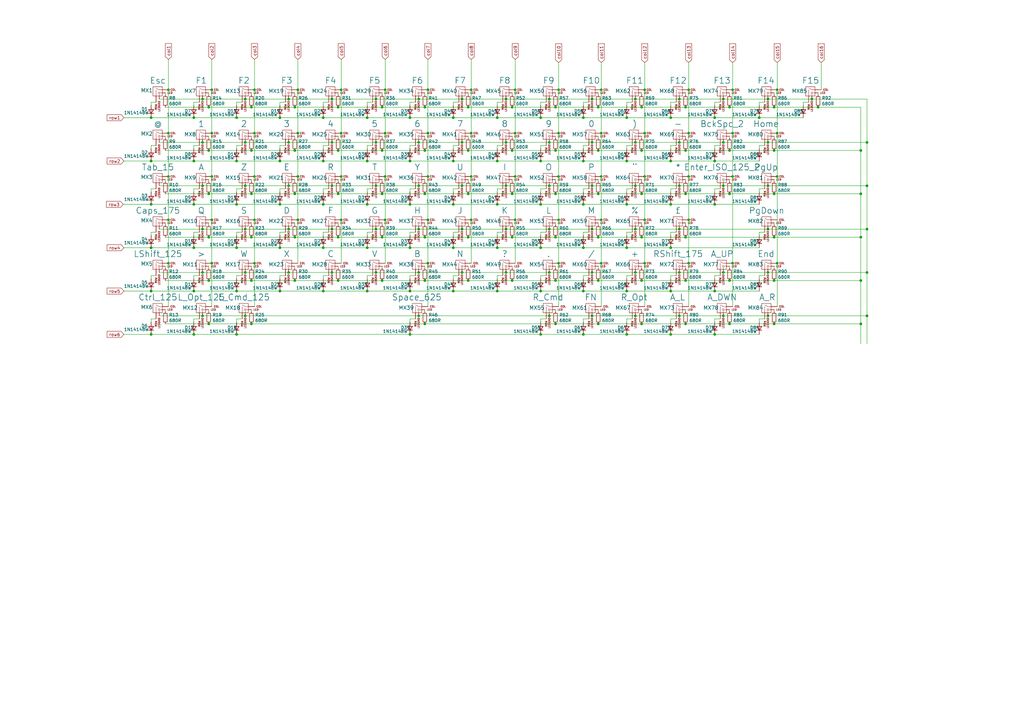
<source format=kicad_sch>
(kicad_sch (version 20211123) (generator eeschema)
  (paper "A3")
  (junction (at 100.584 129.54))
  (junction (at 192.024 115.062))
  (junction (at 61.976 66.04))
  (junction (at 239.268 66.04))
  (junction (at 314.96 129.54))
  (junction (at 175.514 54.61))
  (junction (at 317.5 97.282))
  (junction (at 221.742 119.38))
  (junction (at 168.148 119.38))
  (junction (at 156.718 61.722))
  (junction (at 185.928 119.38))
  (junction (at 83.058 58.42))
  (junction (at 281.178 61.722))
  (junction (at 318.77 107.95))
  (junction (at 245.364 61.722))
  (junction (at 100.584 93.98))
  (junction (at 227.838 132.842))
  (junction (at 97.028 66.04))
  (junction (at 83.058 93.98))
  (junction (at 227.838 43.942))
  (junction (at 278.638 93.98))
  (junction (at 86.868 107.95))
  (junction (at 278.638 58.42))
  (junction (at 211.328 54.61))
  (junction (at 210.058 115.062))
  (junction (at 174.244 97.282))
  (junction (at 85.598 79.502))
  (junction (at 239.268 119.38))
  (junction (at 150.622 119.38))
  (junction (at 203.962 119.38))
  (junction (at 314.96 93.98))
  (junction (at 122.174 36.83))
  (junction (at 86.868 36.83))
  (junction (at 154.178 58.42))
  (junction (at 299.212 79.502))
  (junction (at 189.484 76.2))
  (junction (at 103.124 97.282))
  (junction (at 239.268 48.26))
  (junction (at 168.148 137.16))
  (junction (at 227.838 115.062))
  (junction (at 296.672 129.54))
  (junction (at 171.704 58.42))
  (junction (at 189.484 40.64))
  (junction (at 211.328 36.83))
  (junction (at 120.904 115.062))
  (junction (at 227.838 97.282))
  (junction (at 257.048 101.6))
  (junction (at 114.808 48.26))
  (junction (at 299.212 115.062))
  (junction (at 193.294 90.17))
  (junction (at 246.634 36.83))
  (junction (at 314.96 76.2))
  (junction (at 171.704 76.2))
  (junction (at 203.962 101.6))
  (junction (at 138.684 43.942))
  (junction (at 150.622 66.04))
  (junction (at 207.518 76.2))
  (junction (at 174.244 79.502))
  (junction (at 260.604 93.98))
  (junction (at 257.048 48.26))
  (junction (at 282.448 107.95))
  (junction (at 104.394 36.83))
  (junction (at 118.364 76.2))
  (junction (at 79.502 48.26))
  (junction (at 193.294 72.39))
  (junction (at 229.108 107.95))
  (junction (at 122.174 72.39))
  (junction (at 355.6 111.76))
  (junction (at 61.976 101.6))
  (junction (at 156.718 79.502))
  (junction (at 260.604 111.76))
  (junction (at 210.058 61.722))
  (junction (at 257.048 83.82))
  (junction (at 225.298 111.76))
  (junction (at 227.838 61.722))
  (junction (at 122.174 90.17))
  (junction (at 120.904 43.942))
  (junction (at 275.082 48.26))
  (junction (at 353.06 79.502))
  (junction (at 207.518 93.98))
  (junction (at 221.742 137.16))
  (junction (at 83.058 76.2))
  (junction (at 282.448 72.39))
  (junction (at 263.144 43.942))
  (junction (at 174.244 61.722))
  (junction (at 192.024 43.942))
  (junction (at 281.178 115.062))
  (junction (at 114.808 101.6))
  (junction (at 185.928 66.04))
  (junction (at 317.5 115.062))
  (junction (at 136.144 111.76))
  (junction (at 239.268 83.82))
  (junction (at 156.718 97.282))
  (junction (at 103.124 115.062))
  (junction (at 317.5 132.842))
  (junction (at 245.364 97.282))
  (junction (at 263.144 61.722))
  (junction (at 282.448 90.17))
  (junction (at 317.5 61.722))
  (junction (at 221.742 66.04))
  (junction (at 69.088 90.17))
  (junction (at 278.638 111.76))
  (junction (at 85.598 97.282))
  (junction (at 225.298 76.2))
  (junction (at 168.148 66.04))
  (junction (at 97.028 48.26))
  (junction (at 85.598 132.842))
  (junction (at 85.598 61.722))
  (junction (at 332.994 40.64))
  (junction (at 225.298 40.64))
  (junction (at 157.988 36.83))
  (junction (at 150.622 101.6))
  (junction (at 83.058 40.64))
  (junction (at 242.824 129.54))
  (junction (at 229.108 36.83))
  (junction (at 174.244 115.062))
  (junction (at 185.928 48.26))
  (junction (at 264.414 107.95))
  (junction (at 154.178 111.76))
  (junction (at 245.364 115.062))
  (junction (at 61.976 48.26))
  (junction (at 132.588 48.26))
  (junction (at 103.124 132.842))
  (junction (at 103.124 43.942))
  (junction (at 171.704 111.76))
  (junction (at 300.482 54.61))
  (junction (at 293.116 119.38))
  (junction (at 317.5 79.502))
  (junction (at 355.6 58.42))
  (junction (at 139.954 72.39))
  (junction (at 242.824 76.2))
  (junction (at 168.148 101.6))
  (junction (at 245.364 43.942))
  (junction (at 61.976 137.16))
  (junction (at 293.116 83.82))
  (junction (at 299.212 43.942))
  (junction (at 260.604 40.64))
  (junction (at 299.212 132.842))
  (junction (at 203.962 48.26))
  (junction (at 132.588 83.82))
  (junction (at 69.088 54.61))
  (junction (at 225.298 93.98))
  (junction (at 263.144 132.842))
  (junction (at 311.404 48.26))
  (junction (at 156.718 43.942))
  (junction (at 175.514 72.39))
  (junction (at 260.604 129.54))
  (junction (at 175.514 90.17))
  (junction (at 355.6 93.98))
  (junction (at 175.514 107.95))
  (junction (at 138.684 115.062))
  (junction (at 335.534 43.942))
  (junction (at 275.082 119.38))
  (junction (at 353.06 97.282))
  (junction (at 293.116 66.04))
  (junction (at 246.634 107.95))
  (junction (at 114.808 83.82))
  (junction (at 299.212 61.722))
  (junction (at 189.484 93.98))
  (junction (at 69.088 36.83))
  (junction (at 157.988 54.61))
  (junction (at 85.598 43.942))
  (junction (at 207.518 40.64))
  (junction (at 281.178 97.282))
  (junction (at 114.808 119.38))
  (junction (at 221.742 48.26))
  (junction (at 139.954 90.17))
  (junction (at 79.502 83.82))
  (junction (at 264.414 36.83))
  (junction (at 154.178 93.98))
  (junction (at 260.604 58.42))
  (junction (at 192.024 79.502))
  (junction (at 293.116 48.26))
  (junction (at 278.638 129.54))
  (junction (at 100.584 111.76))
  (junction (at 156.718 115.062))
  (junction (at 264.414 90.17))
  (junction (at 150.622 83.82))
  (junction (at 300.482 107.95))
  (junction (at 79.502 66.04))
  (junction (at 246.634 72.39))
  (junction (at 86.868 54.61))
  (junction (at 118.364 111.76))
  (junction (at 221.742 83.82))
  (junction (at 138.684 61.722))
  (junction (at 136.144 40.64))
  (junction (at 263.144 115.062))
  (junction (at 314.96 111.76))
  (junction (at 257.048 66.04))
  (junction (at 257.048 137.16))
  (junction (at 260.604 76.2))
  (junction (at 229.108 90.17))
  (junction (at 79.502 119.38))
  (junction (at 211.328 72.39))
  (junction (at 118.364 93.98))
  (junction (at 318.77 54.61))
  (junction (at 104.394 54.61))
  (junction (at 97.028 101.6))
  (junction (at 296.672 111.76))
  (junction (at 61.976 119.38))
  (junction (at 278.638 40.64))
  (junction (at 132.588 101.6))
  (junction (at 97.028 119.38))
  (junction (at 136.144 58.42))
  (junction (at 353.06 61.722))
  (junction (at 120.904 79.502))
  (junction (at 100.584 40.64))
  (junction (at 246.634 54.61))
  (junction (at 207.518 111.76))
  (junction (at 104.394 90.17))
  (junction (at 314.96 40.64))
  (junction (at 242.824 93.98))
  (junction (at 104.394 72.39))
  (junction (at 100.584 76.2))
  (junction (at 61.976 83.82))
  (junction (at 221.742 101.6))
  (junction (at 132.588 66.04))
  (junction (at 318.77 36.83))
  (junction (at 114.808 66.04))
  (junction (at 122.174 54.61))
  (junction (at 355.6 129.54))
  (junction (at 353.06 115.062))
  (junction (at 79.502 137.16))
  (junction (at 318.77 72.39))
  (junction (at 83.058 111.76))
  (junction (at 69.088 107.95))
  (junction (at 136.144 93.98))
  (junction (at 227.838 79.502))
  (junction (at 69.088 72.39))
  (junction (at 138.684 97.282))
  (junction (at 245.364 132.842))
  (junction (at 239.268 101.6))
  (junction (at 132.588 119.38))
  (junction (at 242.824 111.76))
  (junction (at 296.672 58.42))
  (junction (at 83.058 129.54))
  (junction (at 239.268 137.16))
  (junction (at 211.328 90.17))
  (junction (at 275.082 83.82))
  (junction (at 168.148 83.82))
  (junction (at 100.584 58.42))
  (junction (at 207.518 58.42))
  (junction (at 242.824 40.64))
  (junction (at 171.704 129.54))
  (junction (at 175.514 36.83))
  (junction (at 103.124 79.502))
  (junction (at 118.364 40.64))
  (junction (at 263.144 97.282))
  (junction (at 242.824 58.42))
  (junction (at 104.394 107.95))
  (junction (at 154.178 40.64))
  (junction (at 281.178 43.942))
  (junction (at 300.482 72.39))
  (junction (at 229.108 54.61))
  (junction (at 264.414 54.61))
  (junction (at 314.96 58.42))
  (junction (at 275.082 101.6))
  (junction (at 282.448 36.83))
  (junction (at 300.482 36.83))
  (junction (at 174.244 43.942))
  (junction (at 296.672 76.2))
  (junction (at 225.298 129.54))
  (junction (at 257.048 119.38))
  (junction (at 185.928 101.6))
  (junction (at 193.294 36.83))
  (junction (at 203.962 66.04))
  (junction (at 245.364 79.502))
  (junction (at 264.414 72.39))
  (junction (at 174.244 132.842))
  (junction (at 193.294 54.61))
  (junction (at 118.364 58.42))
  (junction (at 171.704 40.64))
  (junction (at 103.124 61.722))
  (junction (at 210.058 79.502))
  (junction (at 296.672 40.64))
  (junction (at 278.638 76.2))
  (junction (at 203.962 83.82))
  (junction (at 157.988 90.17))
  (junction (at 185.928 83.82))
  (junction (at 171.704 93.98))
  (junction (at 168.148 48.26))
  (junction (at 120.904 97.282))
  (junction (at 189.484 111.76))
  (junction (at 136.144 76.2))
  (junction (at 275.082 137.16))
  (junction (at 157.988 72.39))
  (junction (at 281.178 79.502))
  (junction (at 282.448 54.61))
  (junction (at 355.6 76.2))
  (junction (at 353.06 132.842))
  (junction (at 317.5 43.942))
  (junction (at 192.024 97.282))
  (junction (at 192.024 61.722))
  (junction (at 86.868 72.39))
  (junction (at 139.954 54.61))
  (junction (at 154.178 76.2))
  (junction (at 189.484 58.42))
  (junction (at 86.868 90.17))
  (junction (at 263.144 79.502))
  (junction (at 293.116 137.16))
  (junction (at 210.058 97.282))
  (junction (at 229.108 72.39))
  (junction (at 85.598 115.062))
  (junction (at 225.298 58.42))
  (junction (at 150.622 48.26))
  (junction (at 97.028 137.16))
  (junction (at 275.082 66.04))
  (junction (at 139.954 36.83))
  (junction (at 79.502 101.6))
  (junction (at 210.058 43.942))
  (junction (at 281.178 132.842))
  (junction (at 138.684 79.502))
  (junction (at 246.634 90.17))
  (junction (at 120.904 61.722))
  (junction (at 97.028 83.82))
  (wire (pts (xy 192.024 55.88) (xy 192.024 56.642)))
  (wire (pts (xy 150.622 119.38) (xy 168.148 119.38)))
  (wire (pts (xy 122.174 72.39) (xy 122.174 90.17)))
  (wire (pts (xy 139.954 36.83) (xy 139.954 54.61)))
  (wire (pts (xy 104.394 36.83) (xy 104.394 54.61)))
  (wire (pts (xy 132.588 101.6) (xy 150.622 101.6)))
  (wire (pts (xy 97.028 101.6) (xy 114.808 101.6)))
  (wire (pts (xy 264.414 54.61) (xy 264.414 72.39)))
  (wire (pts (xy 114.808 77.47) (xy 114.808 78.74)))
  (wire (pts (xy 138.684 115.062) (xy 156.718 115.062)))
  (wire (pts (xy 239.268 113.03) (xy 239.268 114.3)))
  (wire (pts (xy 224.028 113.03) (xy 221.742 113.03)))
  (wire (pts (xy 221.742 77.47) (xy 221.742 78.74)))
  (wire (pts (xy 281.178 73.66) (xy 281.178 74.422)))
  (wire (pts (xy 156.718 61.722) (xy 174.244 61.722)))
  (wire (pts (xy 211.328 72.39) (xy 211.328 90.17)))
  (wire (pts (xy 65.278 58.42) (xy 83.058 58.42)))
  (wire (pts (xy 314.96 76.2) (xy 355.6 76.2)))
  (wire (pts (xy 263.144 132.842) (xy 281.178 132.842)))
  (wire (pts (xy 156.718 73.66) (xy 156.718 74.422)))
  (wire (pts (xy 221.742 119.38) (xy 239.268 119.38)))
  (wire (pts (xy 300.482 54.61) (xy 300.482 72.39)))
  (wire (pts (xy 221.742 59.69) (xy 221.742 60.96)))
  (wire (pts (xy 293.116 119.38) (xy 311.404 119.38)))
  (wire (pts (xy 138.684 55.88) (xy 138.684 56.642)))
  (wire (pts (xy 100.584 40.64) (xy 118.364 40.64)))
  (wire (pts (xy 168.148 130.81) (xy 168.148 132.08)))
  (wire (pts (xy 278.638 76.2) (xy 296.672 76.2)))
  (wire (pts (xy 175.514 54.61) (xy 175.514 72.39)))
  (wire (pts (xy 281.178 61.722) (xy 299.212 61.722)))
  (wire (pts (xy 277.368 41.91) (xy 275.082 41.91)))
  (wire (pts (xy 120.904 79.502) (xy 138.684 79.502)))
  (wire (pts (xy 85.598 127) (xy 85.598 127.762)))
  (wire (pts (xy 210.058 91.44) (xy 210.058 92.202)))
  (wire (pts (xy 152.908 59.69) (xy 150.622 59.69)))
  (wire (pts (xy 206.248 95.25) (xy 203.962 95.25)))
  (wire (pts (xy 278.638 111.76) (xy 296.672 111.76)))
  (wire (pts (xy 203.962 119.38) (xy 221.742 119.38)))
  (wire (pts (xy 275.082 137.16) (xy 293.116 137.16)))
  (wire (pts (xy 221.742 66.04) (xy 239.268 66.04)))
  (wire (pts (xy 168.148 113.03) (xy 168.148 114.3)))
  (wire (pts (xy 103.124 127) (xy 103.124 127.762)))
  (wire (pts (xy 174.244 127) (xy 174.244 127.762)))
  (wire (pts (xy 61.976 41.91) (xy 61.976 43.18)))
  (wire (pts (xy 85.598 73.66) (xy 85.598 74.422)))
  (wire (pts (xy 150.622 77.47) (xy 150.622 78.74)))
  (wire (pts (xy 65.278 76.2) (xy 83.058 76.2)))
  (wire (pts (xy 67.818 55.88) (xy 67.818 56.642)))
  (wire (pts (xy 257.048 41.91) (xy 257.048 43.18)))
  (wire (pts (xy 64.008 59.69) (xy 61.976 59.69)))
  (wire (pts (xy 224.028 95.25) (xy 221.742 95.25)))
  (wire (pts (xy 188.214 95.25) (xy 185.928 95.25)))
  (wire (pts (xy 61.976 66.04) (xy 79.502 66.04)))
  (wire (pts (xy 257.048 113.03) (xy 257.048 114.3)))
  (wire (pts (xy 293.116 41.91) (xy 293.116 43.18)))
  (wire (pts (xy 295.402 77.47) (xy 293.116 77.47)))
  (wire (pts (xy 263.144 91.44) (xy 263.144 92.202)))
  (wire (pts (xy 103.124 109.22) (xy 103.124 109.982)))
  (wire (pts (xy 246.634 36.83) (xy 246.634 54.61)))
  (wire (pts (xy 210.058 97.282) (xy 227.838 97.282)))
  (wire (pts (xy 257.048 101.6) (xy 275.082 101.6)))
  (wire (pts (xy 150.622 41.91) (xy 150.622 43.18)))
  (wire (pts (xy 260.604 93.98) (xy 278.638 93.98)))
  (wire (pts (xy 210.058 61.722) (xy 227.838 61.722)))
  (wire (pts (xy 281.178 91.44) (xy 281.178 92.202)))
  (wire (pts (xy 171.704 129.54) (xy 225.298 129.54)))
  (wire (pts (xy 241.554 59.69) (xy 239.268 59.69)))
  (wire (pts (xy 264.414 25.654) (xy 264.414 36.83)))
  (wire (pts (xy 67.818 132.842) (xy 85.598 132.842)))
  (wire (pts (xy 104.394 72.39) (xy 104.394 90.17)))
  (wire (pts (xy 259.334 95.25) (xy 257.048 95.25)))
  (wire (pts (xy 239.268 48.26) (xy 257.048 48.26)))
  (wire (pts (xy 242.824 58.42) (xy 260.604 58.42)))
  (wire (pts (xy 156.718 79.502) (xy 174.244 79.502)))
  (wire (pts (xy 227.838 91.44) (xy 227.838 92.202)))
  (wire (pts (xy 185.928 95.25) (xy 185.928 96.52)))
  (wire (pts (xy 224.028 77.47) (xy 221.742 77.47)))
  (wire (pts (xy 313.69 77.47) (xy 311.404 77.47)))
  (wire (pts (xy 61.976 59.69) (xy 61.976 60.96)))
  (wire (pts (xy 300.482 25.654) (xy 300.482 36.83)))
  (wire (pts (xy 132.588 113.03) (xy 132.588 114.3)))
  (wire (pts (xy 221.742 95.25) (xy 221.742 96.52)))
  (wire (pts (xy 293.116 113.03) (xy 293.116 114.3)))
  (wire (pts (xy 139.954 54.61) (xy 139.954 72.39)))
  (wire (pts (xy 85.598 79.502) (xy 103.124 79.502)))
  (wire (pts (xy 317.5 115.062) (xy 353.06 115.062)))
  (wire (pts (xy 335.534 38.1) (xy 335.534 38.862)))
  (wire (pts (xy 227.838 132.842) (xy 245.364 132.842)))
  (wire (pts (xy 79.502 83.82) (xy 97.028 83.82)))
  (wire (pts (xy 207.518 93.98) (xy 225.298 93.98)))
  (wire (pts (xy 83.058 40.64) (xy 100.584 40.64)))
  (wire (pts (xy 263.144 73.66) (xy 263.144 74.422)))
  (wire (pts (xy 157.988 72.39) (xy 157.988 90.17)))
  (wire (pts (xy 299.212 127) (xy 299.212 127.762)))
  (wire (pts (xy 67.818 115.062) (xy 85.598 115.062)))
  (wire (pts (xy 227.838 61.722) (xy 245.364 61.722)))
  (wire (pts (xy 185.928 113.03) (xy 185.928 114.3)))
  (wire (pts (xy 245.364 127) (xy 245.364 127.762)))
  (wire (pts (xy 132.588 41.91) (xy 132.588 43.18)))
  (wire (pts (xy 150.622 113.03) (xy 150.622 114.3)))
  (wire (pts (xy 229.108 25.654) (xy 229.108 36.83)))
  (wire (pts (xy 299.212 109.22) (xy 299.212 109.982)))
  (wire (pts (xy 156.718 91.44) (xy 156.718 92.202)))
  (wire (pts (xy 260.604 76.2) (xy 278.638 76.2)))
  (wire (pts (xy 69.088 107.95) (xy 69.088 125.73)))
  (wire (pts (xy 210.058 43.942) (xy 227.838 43.942)))
  (wire (pts (xy 86.868 54.61) (xy 86.868 72.39)))
  (wire (pts (xy 241.554 41.91) (xy 239.268 41.91)))
  (wire (pts (xy 317.5 109.22) (xy 317.5 109.982)))
  (wire (pts (xy 281.178 127) (xy 281.178 127.762)))
  (wire (pts (xy 171.704 40.64) (xy 189.484 40.64)))
  (wire (pts (xy 295.402 59.69) (xy 293.116 59.69)))
  (wire (pts (xy 118.364 111.76) (xy 136.144 111.76)))
  (wire (pts (xy 259.334 59.69) (xy 257.048 59.69)))
  (wire (pts (xy 132.588 66.04) (xy 150.622 66.04)))
  (wire (pts (xy 185.928 59.69) (xy 185.928 60.96)))
  (wire (pts (xy 192.024 79.502) (xy 210.058 79.502)))
  (wire (pts (xy 203.962 66.04) (xy 221.742 66.04)))
  (wire (pts (xy 193.294 24.384) (xy 193.294 36.83)))
  (wire (pts (xy 293.116 77.47) (xy 293.116 78.74)))
  (wire (pts (xy 293.116 137.16) (xy 311.404 137.16)))
  (wire (pts (xy 118.364 93.98) (xy 136.144 93.98)))
  (wire (pts (xy 296.672 129.54) (xy 314.96 129.54)))
  (wire (pts (xy 293.116 66.04) (xy 311.404 66.04)))
  (wire (pts (xy 277.368 113.03) (xy 275.082 113.03)))
  (wire (pts (xy 103.124 38.1) (xy 103.124 38.862)))
  (wire (pts (xy 277.368 95.25) (xy 275.082 95.25)))
  (wire (pts (xy 192.024 97.282) (xy 210.058 97.282)))
  (wire (pts (xy 257.048 95.25) (xy 257.048 96.52)))
  (wire (pts (xy 311.404 77.47) (xy 311.404 78.74)))
  (wire (pts (xy 211.328 24.384) (xy 211.328 36.83)))
  (wire (pts (xy 188.214 41.91) (xy 185.928 41.91)))
  (wire (pts (xy 277.368 130.81) (xy 275.082 130.81)))
  (wire (pts (xy 150.622 59.69) (xy 150.622 60.96)))
  (wire (pts (xy 193.294 36.83) (xy 193.294 54.61)))
  (wire (pts (xy 293.116 83.82) (xy 311.404 83.82)))
  (wire (pts (xy 246.634 90.17) (xy 246.634 107.95)))
  (wire (pts (xy 174.244 61.722) (xy 192.024 61.722)))
  (wire (pts (xy 278.638 93.98) (xy 314.96 93.98)))
  (wire (pts (xy 50.8 48.26) (xy 61.976 48.26)))
  (wire (pts (xy 86.868 24.384) (xy 86.868 36.83)))
  (wire (pts (xy 317.5 127) (xy 317.5 127.762)))
  (wire (pts (xy 139.954 90.17) (xy 139.954 107.95)))
  (wire (pts (xy 317.5 38.1) (xy 317.5 38.862)))
  (wire (pts (xy 138.684 79.502) (xy 156.718 79.502)))
  (wire (pts (xy 299.212 132.842) (xy 317.5 132.842)))
  (wire (pts (xy 85.598 115.062) (xy 103.124 115.062)))
  (wire (pts (xy 174.244 91.44) (xy 174.244 92.202)))
  (wire (pts (xy 136.144 58.42) (xy 154.178 58.42)))
  (wire (pts (xy 189.484 40.64) (xy 207.518 40.64)))
  (wire (pts (xy 103.124 115.062) (xy 120.904 115.062)))
  (wire (pts (xy 245.364 109.22) (xy 245.364 109.982)))
  (wire (pts (xy 134.874 41.91) (xy 132.588 41.91)))
  (wire (pts (xy 156.718 109.22) (xy 156.718 109.982)))
  (wire (pts (xy 299.212 79.502) (xy 317.5 79.502)))
  (wire (pts (xy 170.434 77.47) (xy 168.148 77.47)))
  (wire (pts (xy 136.144 111.76) (xy 154.178 111.76)))
  (wire (pts (xy 281.178 38.1) (xy 281.178 38.862)))
  (wire (pts (xy 299.212 43.942) (xy 317.5 43.942)))
  (wire (pts (xy 314.96 111.76) (xy 355.6 111.76)))
  (wire (pts (xy 168.148 83.82) (xy 185.928 83.82)))
  (wire (pts (xy 277.368 59.69) (xy 275.082 59.69)))
  (wire (pts (xy 114.808 101.6) (xy 132.588 101.6)))
  (wire (pts (xy 281.178 132.842) (xy 299.212 132.842)))
  (wire (pts (xy 313.69 41.91) (xy 311.404 41.91)))
  (wire (pts (xy 355.6 40.64) (xy 355.6 58.42)))
  (wire (pts (xy 65.278 129.54) (xy 83.058 129.54)))
  (wire (pts (xy 170.434 41.91) (xy 168.148 41.91)))
  (wire (pts (xy 171.704 111.76) (xy 189.484 111.76)))
  (wire (pts (xy 257.048 83.82) (xy 275.082 83.82)))
  (wire (pts (xy 242.824 76.2) (xy 260.604 76.2)))
  (wire (pts (xy 192.024 73.66) (xy 192.024 74.422)))
  (wire (pts (xy 138.684 73.66) (xy 138.684 74.422)))
  (wire (pts (xy 69.088 90.17) (xy 69.088 107.95)))
  (wire (pts (xy 114.808 113.03) (xy 114.808 114.3)))
  (wire (pts (xy 203.962 41.91) (xy 203.962 43.18)))
  (wire (pts (xy 79.502 119.38) (xy 97.028 119.38)))
  (wire (pts (xy 263.144 43.942) (xy 281.178 43.942)))
  (wire (pts (xy 295.402 130.81) (xy 293.116 130.81)))
  (wire (pts (xy 134.874 59.69) (xy 132.588 59.69)))
  (wire (pts (xy 117.094 59.69) (xy 114.808 59.69)))
  (wire (pts (xy 207.518 40.64) (xy 225.298 40.64)))
  (wire (pts (xy 281.178 79.502) (xy 299.212 79.502)))
  (wire (pts (xy 260.604 129.54) (xy 278.638 129.54)))
  (wire (pts (xy 314.96 93.98) (xy 355.6 93.98)))
  (wire (pts (xy 241.554 113.03) (xy 239.268 113.03)))
  (wire (pts (xy 210.058 109.22) (xy 210.058 109.982)))
  (wire (pts (xy 221.742 137.16) (xy 239.268 137.16)))
  (wire (pts (xy 259.334 41.91) (xy 257.048 41.91)))
  (wire (pts (xy 192.024 115.062) (xy 210.058 115.062)))
  (wire (pts (xy 211.328 90.17) (xy 211.328 107.95)))
  (wire (pts (xy 311.404 95.25) (xy 311.404 96.52)))
  (wire (pts (xy 275.082 130.81) (xy 275.082 132.08)))
  (wire (pts (xy 122.174 54.61) (xy 122.174 72.39)))
  (wire (pts (xy 122.174 24.384) (xy 122.174 36.83)))
  (wire (pts (xy 134.874 113.03) (xy 132.588 113.03)))
  (wire (pts (xy 132.588 59.69) (xy 132.588 60.96)))
  (wire (pts (xy 61.976 119.38) (xy 79.502 119.38)))
  (wire (pts (xy 81.788 59.69) (xy 79.502 59.69)))
  (wire (pts (xy 185.928 66.04) (xy 203.962 66.04)))
  (wire (pts (xy 67.818 97.282) (xy 85.598 97.282)))
  (wire (pts (xy 203.962 83.82) (xy 221.742 83.82)))
  (wire (pts (xy 275.082 77.47) (xy 275.082 78.74)))
  (wire (pts (xy 132.588 83.82) (xy 150.622 83.82)))
  (wire (pts (xy 103.124 79.502) (xy 120.904 79.502)))
  (wire (pts (xy 79.502 77.47) (xy 79.502 78.74)))
  (wire (pts (xy 120.904 55.88) (xy 120.904 56.642)))
  (wire (pts (xy 104.394 90.17) (xy 104.394 107.95)))
  (wire (pts (xy 299.212 55.88) (xy 299.212 56.642)))
  (wire (pts (xy 318.77 25.654) (xy 318.77 36.83)))
  (wire (pts (xy 152.908 95.25) (xy 150.622 95.25)))
  (wire (pts (xy 260.604 111.76) (xy 278.638 111.76)))
  (wire (pts (xy 150.622 95.25) (xy 150.622 96.52)))
  (wire (pts (xy 229.108 54.61) (xy 229.108 72.39)))
  (wire (pts (xy 257.048 48.26) (xy 275.082 48.26)))
  (wire (pts (xy 67.818 38.1) (xy 67.818 38.862)))
  (wire (pts (xy 185.928 48.26) (xy 203.962 48.26)))
  (wire (pts (xy 67.818 73.66) (xy 67.818 74.422)))
  (wire (pts (xy 229.108 72.39) (xy 229.108 90.17)))
  (wire (pts (xy 132.588 119.38) (xy 150.622 119.38)))
  (wire (pts (xy 65.278 111.76) (xy 83.058 111.76)))
  (wire (pts (xy 275.082 66.04) (xy 293.116 66.04)))
  (wire (pts (xy 281.178 55.88) (xy 281.178 56.642)))
  (wire (pts (xy 353.06 97.282) (xy 353.06 115.062)))
  (wire (pts (xy 239.268 77.47) (xy 239.268 78.74)))
  (wire (pts (xy 154.178 40.64) (xy 171.704 40.64)))
  (wire (pts (xy 210.058 38.1) (xy 210.058 38.862)))
  (wire (pts (xy 206.248 41.91) (xy 203.962 41.91)))
  (wire (pts (xy 174.244 79.502) (xy 192.024 79.502)))
  (wire (pts (xy 61.976 95.25) (xy 61.976 96.52)))
  (wire (pts (xy 313.69 130.81) (xy 311.404 130.81)))
  (wire (pts (xy 193.294 90.17) (xy 193.294 107.95)))
  (wire (pts (xy 134.874 95.25) (xy 132.588 95.25)))
  (wire (pts (xy 278.638 40.64) (xy 296.672 40.64)))
  (wire (pts (xy 81.788 77.47) (xy 79.502 77.47)))
  (wire (pts (xy 170.434 59.69) (xy 168.148 59.69)))
  (wire (pts (xy 103.124 55.88) (xy 103.124 56.642)))
  (wire (pts (xy 79.502 95.25) (xy 79.502 96.52)))
  (wire (pts (xy 227.838 73.66) (xy 227.838 74.422)))
  (wire (pts (xy 264.414 72.39) (xy 264.414 90.17)))
  (wire (pts (xy 185.928 77.47) (xy 185.928 78.74)))
  (wire (pts (xy 313.69 113.03) (xy 311.404 113.03)))
  (wire (pts (xy 275.082 113.03) (xy 275.082 114.3)))
  (wire (pts (xy 185.928 83.82) (xy 203.962 83.82)))
  (wire (pts (xy 278.638 58.42) (xy 296.672 58.42)))
  (wire (pts (xy 157.988 54.61) (xy 157.988 72.39)))
  (wire (pts (xy 281.178 109.22) (xy 281.178 109.982)))
  (wire (pts (xy 168.148 41.91) (xy 168.148 43.18)))
  (wire (pts (xy 175.514 24.384) (xy 175.514 36.83)))
  (wire (pts (xy 246.634 72.39) (xy 246.634 90.17)))
  (wire (pts (xy 193.294 72.39) (xy 193.294 90.17)))
  (wire (pts (xy 295.402 41.91) (xy 293.116 41.91)))
  (wire (pts (xy 79.502 48.26) (xy 97.028 48.26)))
  (wire (pts (xy 353.06 79.502) (xy 353.06 97.282)))
  (wire (pts (xy 282.448 107.95) (xy 282.448 125.73)))
  (wire (pts (xy 79.502 113.03) (xy 79.502 114.3)))
  (wire (pts (xy 174.244 132.842) (xy 227.838 132.842)))
  (wire (pts (xy 355.6 111.76) (xy 355.6 129.54)))
  (wire (pts (xy 97.028 130.81) (xy 97.028 132.08)))
  (wire (pts (xy 246.634 107.95) (xy 246.634 125.73)))
  (wire (pts (xy 132.588 95.25) (xy 132.588 96.52)))
  (wire (pts (xy 175.514 90.17) (xy 175.514 107.95)))
  (wire (pts (xy 227.838 38.1) (xy 227.838 38.862)))
  (wire (pts (xy 189.484 93.98) (xy 207.518 93.98)))
  (wire (pts (xy 245.364 43.942) (xy 263.144 43.942)))
  (wire (pts (xy 229.108 36.83) (xy 229.108 54.61)))
  (wire (pts (xy 139.954 72.39) (xy 139.954 90.17)))
  (wire (pts (xy 245.364 38.1) (xy 245.364 38.862)))
  (wire (pts (xy 171.704 93.98) (xy 189.484 93.98)))
  (wire (pts (xy 245.364 91.44) (xy 245.364 92.202)))
  (wire (pts (xy 132.588 77.47) (xy 132.588 78.74)))
  (wire (pts (xy 185.928 119.38) (xy 203.962 119.38)))
  (wire (pts (xy 157.988 90.17) (xy 157.988 107.95)))
  (wire (pts (xy 355.6 93.98) (xy 355.6 111.76)))
  (wire (pts (xy 259.334 130.81) (xy 257.048 130.81)))
  (wire (pts (xy 61.976 113.03) (xy 61.976 114.3)))
  (wire (pts (xy 282.448 36.83) (xy 282.448 54.61)))
  (wire (pts (xy 168.148 59.69) (xy 168.148 60.96)))
  (wire (pts (xy 189.484 111.76) (xy 207.518 111.76)))
  (wire (pts (xy 85.598 109.22) (xy 85.598 109.982)))
  (wire (pts (xy 120.904 115.062) (xy 138.684 115.062)))
  (wire (pts (xy 207.518 111.76) (xy 225.298 111.76)))
  (wire (pts (xy 311.404 59.69) (xy 311.404 60.96)))
  (wire (pts (xy 207.518 76.2) (xy 225.298 76.2)))
  (wire (pts (xy 103.124 132.842) (xy 174.244 132.842)))
  (wire (pts (xy 275.082 41.91) (xy 275.082 43.18)))
  (wire (pts (xy 168.148 119.38) (xy 185.928 119.38)))
  (wire (pts (xy 79.502 59.69) (xy 79.502 60.96)))
  (wire (pts (xy 100.584 58.42) (xy 118.364 58.42)))
  (wire (pts (xy 174.244 43.942) (xy 192.024 43.942)))
  (wire (pts (xy 67.818 61.722) (xy 85.598 61.722)))
  (wire (pts (xy 64.008 77.47) (xy 61.976 77.47)))
  (wire (pts (xy 332.994 40.64) (xy 355.6 40.64)))
  (wire (pts (xy 67.818 43.942) (xy 85.598 43.942)))
  (wire (pts (xy 170.434 113.03) (xy 168.148 113.03)))
  (wire (pts (xy 203.962 95.25) (xy 203.962 96.52)))
  (wire (pts (xy 242.824 129.54) (xy 260.604 129.54)))
  (wire (pts (xy 103.124 73.66) (xy 103.124 74.422)))
  (wire (pts (xy 104.394 107.95) (xy 104.394 125.73)))
  (wire (pts (xy 221.742 130.81) (xy 221.742 132.08)))
  (wire (pts (xy 353.06 115.062) (xy 353.06 132.842)))
  (wire (pts (xy 67.818 109.22) (xy 67.818 109.982)))
  (wire (pts (xy 156.718 55.88) (xy 156.718 56.642)))
  (wire (pts (xy 83.058 93.98) (xy 100.584 93.98)))
  (wire (pts (xy 221.742 48.26) (xy 239.268 48.26)))
  (wire (pts (xy 317.5 73.66) (xy 317.5 74.422)))
  (wire (pts (xy 275.082 119.38) (xy 293.116 119.38)))
  (wire (pts (xy 157.988 24.384) (xy 157.988 36.83)))
  (wire (pts (xy 117.094 113.03) (xy 114.808 113.03)))
  (wire (pts (xy 314.96 129.54) (xy 355.6 129.54)))
  (wire (pts (xy 175.514 36.83) (xy 175.514 54.61)))
  (wire (pts (xy 79.502 137.16) (xy 97.028 137.16)))
  (wire (pts (xy 260.604 40.64) (xy 278.638 40.64)))
  (wire (pts (xy 206.248 59.69) (xy 203.962 59.69)))
  (wire (pts (xy 264.414 107.95) (xy 264.414 125.73)))
  (wire (pts (xy 318.77 72.39) (xy 318.77 107.95)))
  (wire (pts (xy 207.518 58.42) (xy 225.298 58.42)))
  (wire (pts (xy 192.024 38.1) (xy 192.024 38.862)))
  (wire (pts (xy 64.008 95.25) (xy 61.976 95.25)))
  (wire (pts (xy 210.058 73.66) (xy 210.058 74.422)))
  (wire (pts (xy 139.954 24.384) (xy 139.954 36.83)))
  (wire (pts (xy 224.028 130.81) (xy 221.742 130.81)))
  (wire (pts (xy 156.718 115.062) (xy 174.244 115.062)))
  (wire (pts (xy 61.976 77.47) (xy 61.976 78.74)))
  (wire (pts (xy 239.268 119.38) (xy 257.048 119.38)))
  (wire (pts (xy 264.414 36.83) (xy 264.414 54.61)))
  (wire (pts (xy 85.598 97.282) (xy 103.124 97.282)))
  (wire (pts (xy 171.704 58.42) (xy 189.484 58.42)))
  (wire (pts (xy 114.808 66.04) (xy 132.588 66.04)))
  (wire (pts (xy 97.028 59.69) (xy 97.028 60.96)))
  (wire (pts (xy 79.502 66.04) (xy 97.028 66.04)))
  (wire (pts (xy 311.404 130.81) (xy 311.404 132.08)))
  (wire (pts (xy 154.178 111.76) (xy 171.704 111.76)))
  (wire (pts (xy 120.904 109.22) (xy 120.904 109.982)))
  (wire (pts (xy 257.048 77.47) (xy 257.048 78.74)))
  (wire (pts (xy 224.028 59.69) (xy 221.742 59.69)))
  (wire (pts (xy 192.024 43.942) (xy 210.058 43.942)))
  (wire (pts (xy 114.808 83.82) (xy 132.588 83.82)))
  (wire (pts (xy 174.244 115.062) (xy 192.024 115.062)))
  (wire (pts (xy 355.6 58.42) (xy 355.6 76.2)))
  (wire (pts (xy 81.788 41.91) (xy 79.502 41.91)))
  (wire (pts (xy 61.976 101.6) (xy 79.502 101.6)))
  (wire (pts (xy 69.088 54.61) (xy 69.088 72.39)))
  (wire (pts (xy 281.178 97.282) (xy 317.5 97.282)))
  (wire (pts (xy 188.214 113.03) (xy 185.928 113.03)))
  (wire (pts (xy 206.248 113.03) (xy 203.962 113.03)))
  (wire (pts (xy 85.598 91.44) (xy 85.598 92.202)))
  (wire (pts (xy 299.212 73.66) (xy 299.212 74.422)))
  (wire (pts (xy 83.058 129.54) (xy 100.584 129.54)))
  (wire (pts (xy 170.434 130.81) (xy 168.148 130.81)))
  (wire (pts (xy 150.622 101.6) (xy 168.148 101.6)))
  (wire (pts (xy 122.174 36.83) (xy 122.174 54.61)))
  (wire (pts (xy 188.214 59.69) (xy 185.928 59.69)))
  (wire (pts (xy 103.124 43.942) (xy 120.904 43.942)))
  (wire (pts (xy 246.634 54.61) (xy 246.634 72.39)))
  (wire (pts (xy 225.298 40.64) (xy 242.824 40.64)))
  (wire (pts (xy 263.144 79.502) (xy 281.178 79.502)))
  (wire (pts (xy 210.058 79.502) (xy 227.838 79.502)))
  (wire (pts (xy 64.008 130.81) (xy 61.976 130.81)))
  (wire (pts (xy 229.108 90.17) (xy 229.108 107.95)))
  (wire (pts (xy 85.598 55.88) (xy 85.598 56.642)))
  (wire (pts (xy 193.294 54.61) (xy 193.294 72.39)))
  (wire (pts (xy 278.638 129.54) (xy 296.672 129.54)))
  (wire (pts (xy 281.178 115.062) (xy 299.212 115.062)))
  (wire (pts (xy 132.588 48.26) (xy 150.622 48.26)))
  (wire (pts (xy 314.96 58.42) (xy 355.6 58.42)))
  (wire (pts (xy 118.364 76.2) (xy 136.144 76.2)))
  (wire (pts (xy 138.684 91.44) (xy 138.684 92.202)))
  (wire (pts (xy 311.404 113.03) (xy 311.404 114.3)))
  (wire (pts (xy 171.704 76.2) (xy 189.484 76.2)))
  (wire (pts (xy 245.364 73.66) (xy 245.364 74.422)))
  (wire (pts (xy 257.048 66.04) (xy 275.082 66.04)))
  (wire (pts (xy 122.174 90.17) (xy 122.174 107.95)))
  (wire (pts (xy 318.77 107.95) (xy 318.77 125.73)))
  (wire (pts (xy 313.69 95.25) (xy 311.404 95.25)))
  (wire (pts (xy 296.672 76.2) (xy 314.96 76.2)))
  (wire (pts (xy 329.438 41.91) (xy 329.438 43.18)))
  (wire (pts (xy 355.6 129.54) (xy 355.6 140.97)))
  (wire (pts (xy 152.908 113.03) (xy 150.622 113.03)))
  (wire (pts (xy 317.5 55.88) (xy 317.5 56.642)))
  (wire (pts (xy 86.868 36.83) (xy 86.868 54.61)))
  (wire (pts (xy 221.742 83.82) (xy 239.268 83.82)))
  (wire (pts (xy 281.178 43.942) (xy 299.212 43.942)))
  (wire (pts (xy 210.058 115.062) (xy 227.838 115.062)))
  (wire (pts (xy 150.622 48.26) (xy 168.148 48.26)))
  (wire (pts (xy 79.502 130.81) (xy 79.502 132.08)))
  (wire (pts (xy 275.082 48.26) (xy 293.116 48.26)))
  (wire (pts (xy 203.962 113.03) (xy 203.962 114.3)))
  (wire (pts (xy 138.684 43.942) (xy 156.718 43.942)))
  (wire (pts (xy 227.838 109.22) (xy 227.838 109.982)))
  (wire (pts (xy 293.116 48.26) (xy 311.404 48.26)))
  (wire (pts (xy 114.808 48.26) (xy 132.588 48.26)))
  (wire (pts (xy 156.718 38.1) (xy 156.718 38.862)))
  (wire (pts (xy 241.554 77.47) (xy 239.268 77.47)))
  (wire (pts (xy 192.024 91.44) (xy 192.024 92.202)))
  (wire (pts (xy 225.298 58.42) (xy 242.824 58.42)))
  (wire (pts (xy 275.082 101.6) (xy 311.404 101.6)))
  (wire (pts (xy 85.598 132.842) (xy 103.124 132.842)))
  (wire (pts (xy 299.212 38.1) (xy 299.212 38.862)))
  (wire (pts (xy 296.672 58.42) (xy 314.96 58.42)))
  (wire (pts (xy 136.144 40.64) (xy 154.178 40.64)))
  (wire (pts (xy 189.484 58.42) (xy 207.518 58.42)))
  (wire (pts (xy 263.144 127) (xy 263.144 127.762)))
  (wire (pts (xy 241.554 95.25) (xy 239.268 95.25)))
  (wire (pts (xy 203.962 48.26) (xy 221.742 48.26)))
  (wire (pts (xy 154.178 76.2) (xy 171.704 76.2)))
  (wire (pts (xy 221.742 101.6) (xy 239.268 101.6)))
  (wire (pts (xy 221.742 41.91) (xy 221.742 43.18)))
  (wire (pts (xy 210.058 55.88) (xy 210.058 56.642)))
  (wire (pts (xy 185.928 101.6) (xy 203.962 101.6)))
  (wire (pts (xy 117.094 95.25) (xy 114.808 95.25)))
  (wire (pts (xy 120.904 73.66) (xy 120.904 74.422)))
  (wire (pts (xy 260.604 58.42) (xy 278.638 58.42)))
  (wire (pts (xy 282.448 25.654) (xy 282.448 36.83)))
  (wire (pts (xy 150.622 83.82) (xy 168.148 83.82)))
  (wire (pts (xy 227.838 43.942) (xy 245.364 43.942)))
  (wire (pts (xy 331.724 41.91) (xy 329.438 41.91)))
  (wire (pts (xy 99.314 130.81) (xy 97.028 130.81)))
  (wire (pts (xy 118.364 58.42) (xy 136.144 58.42)))
  (wire (pts (xy 157.988 36.83) (xy 157.988 54.61)))
  (wire (pts (xy 136.144 93.98) (xy 154.178 93.98)))
  (wire (pts (xy 224.028 41.91) (xy 221.742 41.91)))
  (wire (pts (xy 203.962 59.69) (xy 203.962 60.96)))
  (wire (pts (xy 259.334 77.47) (xy 257.048 77.47)))
  (wire (pts (xy 156.718 97.282) (xy 174.244 97.282)))
  (wire (pts (xy 120.904 91.44) (xy 120.904 92.202)))
  (wire (pts (xy 64.008 113.03) (xy 61.976 113.03)))
  (wire (pts (xy 211.328 36.83) (xy 211.328 54.61)))
  (wire (pts (xy 239.268 101.6) (xy 257.048 101.6)))
  (wire (pts (xy 299.212 115.062) (xy 317.5 115.062)))
  (wire (pts (xy 313.69 59.69) (xy 311.404 59.69)))
  (wire (pts (xy 318.77 54.61) (xy 318.77 72.39)))
  (wire (pts (xy 318.77 36.83) (xy 318.77 54.61)))
  (wire (pts (xy 277.368 77.47) (xy 275.082 77.47)))
  (wire (pts (xy 85.598 38.1) (xy 85.598 38.862)))
  (wire (pts (xy 192.024 109.22) (xy 192.024 109.982)))
  (wire (pts (xy 99.314 77.47) (xy 97.028 77.47)))
  (wire (pts (xy 317.5 79.502) (xy 353.06 79.502)))
  (wire (pts (xy 336.804 25.654) (xy 336.804 36.83)))
  (wire (pts (xy 114.808 59.69) (xy 114.808 60.96)))
  (wire (pts (xy 174.244 73.66) (xy 174.244 74.422)))
  (wire (pts (xy 311.404 41.91) (xy 311.404 43.18)))
  (wire (pts (xy 136.144 76.2) (xy 154.178 76.2)))
  (wire (pts (xy 97.028 48.26) (xy 114.808 48.26)))
  (wire (pts (xy 275.082 59.69) (xy 275.082 60.96)))
  (wire (pts (xy 97.028 119.38) (xy 114.808 119.38)))
  (wire (pts (xy 50.8 101.6) (xy 61.976 101.6)))
  (wire (pts (xy 50.8 66.04) (xy 61.976 66.04)))
  (wire (pts (xy 293.116 130.81) (xy 293.116 132.08)))
  (wire (pts (xy 97.028 113.03) (xy 97.028 114.3)))
  (wire (pts (xy 114.808 95.25) (xy 114.808 96.52)))
  (wire (pts (xy 168.148 137.16) (xy 221.742 137.16)))
  (wire (pts (xy 293.116 59.69) (xy 293.116 60.96)))
  (wire (pts (xy 300.482 72.39) (xy 300.482 107.95)))
  (wire (pts (xy 103.124 61.722) (xy 120.904 61.722)))
  (wire (pts (xy 168.148 66.04) (xy 185.928 66.04)))
  (wire (pts (xy 275.082 83.82) (xy 293.116 83.82)))
  (wire (pts (xy 168.148 48.26) (xy 185.928 48.26)))
  (wire (pts (xy 257.048 137.16) (xy 275.082 137.16)))
  (wire (pts (xy 83.058 111.76) (xy 100.584 111.76)))
  (wire (pts (xy 138.684 97.282) (xy 156.718 97.282)))
  (wire (pts (xy 263.144 97.282) (xy 281.178 97.282)))
  (wire (pts (xy 85.598 61.722) (xy 103.124 61.722)))
  (wire (pts (xy 317.5 97.282) (xy 353.06 97.282)))
  (wire (pts (xy 282.448 54.61) (xy 282.448 72.39)))
  (wire (pts (xy 225.298 111.76) (xy 242.824 111.76)))
  (wire (pts (xy 203.962 77.47) (xy 203.962 78.74)))
  (wire (pts (xy 67.818 127) (xy 67.818 127.762)))
  (wire (pts (xy 138.684 61.722) (xy 156.718 61.722)))
  (wire (pts (xy 174.244 55.88) (xy 174.244 56.642)))
  (wire (pts (xy 242.824 40.64) (xy 260.604 40.64)))
  (wire (pts (xy 185.928 41.91) (xy 185.928 43.18)))
  (wire (pts (xy 61.976 137.16) (xy 79.502 137.16)))
  (wire (pts (xy 81.788 95.25) (xy 79.502 95.25)))
  (wire (pts (xy 259.334 113.03) (xy 257.048 113.03)))
  (wire (pts (xy 206.248 77.47) (xy 203.962 77.47)))
  (wire (pts (xy 100.584 93.98) (xy 118.364 93.98)))
  (wire (pts (xy 174.244 109.22) (xy 174.244 109.982)))
  (wire (pts (xy 50.8 119.38) (xy 61.976 119.38)))
  (wire (pts (xy 103.124 97.282) (xy 120.904 97.282)))
  (wire (pts (xy 245.364 97.282) (xy 263.144 97.282)))
  (wire (pts (xy 117.094 77.47) (xy 114.808 77.47)))
  (wire (pts (xy 114.808 41.91) (xy 114.808 43.18)))
  (wire (pts (xy 154.178 58.42) (xy 171.704 58.42)))
  (wire (pts (xy 86.868 72.39) (xy 86.868 90.17)))
  (wire (pts (xy 83.058 58.42) (xy 100.584 58.42)))
  (wire (pts (xy 263.144 55.88) (xy 263.144 56.642)))
  (wire (pts (xy 188.214 77.47) (xy 185.928 77.47)))
  (wire (pts (xy 97.028 137.16) (xy 168.148 137.16)))
  (wire (pts (xy 99.314 113.03) (xy 97.028 113.03)))
  (wire (pts (xy 100.584 129.54) (xy 171.704 129.54)))
  (wire (pts (xy 138.684 109.22) (xy 138.684 109.982)))
  (wire (pts (xy 50.546 83.82) (xy 61.976 83.82)))
  (wire (pts (xy 245.364 115.062) (xy 263.144 115.062)))
  (wire (pts (xy 311.404 48.26) (xy 329.438 48.26)))
  (wire (pts (xy 100.584 111.76) (xy 118.364 111.76)))
  (wire (pts (xy 79.502 41.91) (xy 79.502 43.18)))
  (wire (pts (xy 174.244 38.1) (xy 174.244 38.862)))
  (wire (pts (xy 50.8 137.16) (xy 61.976 137.16)))
  (wire (pts (xy 69.088 24.384) (xy 69.088 36.83)))
  (wire (pts (xy 245.364 132.842) (xy 263.144 132.842)))
  (wire (pts (xy 300.482 107.95) (xy 300.482 125.73)))
  (wire (pts (xy 263.144 61.722) (xy 281.178 61.722)))
  (wire (pts (xy 117.094 41.91) (xy 114.808 41.91)))
  (wire (pts (xy 239.268 95.25) (xy 239.268 96.52)))
  (wire (pts (xy 120.904 61.722) (xy 138.684 61.722)))
  (wire (pts (xy 264.414 90.17) (xy 264.414 107.95)))
  (wire (pts (xy 120.904 43.942) (xy 138.684 43.942)))
  (wire (pts (xy 97.028 41.91) (xy 97.028 43.18)))
  (wire (pts (xy 86.868 90.17) (xy 86.868 107.95)))
  (wire (pts (xy 79.502 101.6) (xy 97.028 101.6)))
  (wire (pts (xy 275.082 95.25) (xy 275.082 96.52)))
  (wire (pts (xy 296.672 40.64) (xy 314.96 40.64)))
  (wire (pts (xy 221.742 113.03) (xy 221.742 114.3)))
  (wire (pts (xy 225.298 93.98) (xy 242.824 93.98)))
  (wire (pts (xy 61.976 48.26) (xy 79.502 48.26)))
  (wire (pts (xy 100.584 76.2) (xy 118.364 76.2)))
  (wire (pts (xy 85.598 43.942) (xy 103.124 43.942)))
  (wire (pts (xy 225.298 76.2) (xy 242.824 76.2)))
  (wire (pts (xy 239.268 83.82) (xy 257.048 83.82)))
  (wire (pts (xy 239.268 130.81) (xy 239.268 132.08)))
  (wire (pts (xy 61.976 83.82) (xy 79.502 83.82)))
  (wire (pts (xy 65.278 93.98) (xy 83.058 93.98)))
  (wire (pts (xy 81.788 113.03) (xy 79.502 113.03)))
  (wire (pts (xy 239.268 130.81) (xy 241.554 130.81)))
  (wire (pts (xy 263.144 115.062) (xy 281.178 115.062)))
  (wire (pts (xy 211.328 54.61) (xy 211.328 72.39)))
  (wire (pts (xy 120.904 97.282) (xy 138.684 97.282)))
  (wire (pts (xy 168.148 77.47) (xy 168.148 78.74)))
  (wire (pts (xy 69.088 72.39) (xy 69.088 90.17)))
  (wire (pts (xy 242.824 93.98) (xy 260.604 93.98)))
  (wire (pts (xy 257.048 119.38) (xy 275.082 119.38)))
  (wire (pts (xy 335.534 43.942) (xy 353.06 43.942)))
  (wire (pts (xy 239.268 137.16) (xy 257.048 137.16)))
  (wire (pts (xy 227.838 97.282) (xy 245.364 97.282)))
  (wire (pts (xy 245.364 61.722) (xy 263.144 61.722)))
  (wire (pts (xy 103.124 91.44) (xy 103.124 92.202)))
  (wire (pts (xy 97.028 83.82) (xy 114.808 83.82)))
  (wire (pts (xy 120.904 38.1) (xy 120.904 38.862)))
  (wire (pts (xy 355.6 76.2) (xy 355.6 93.98)))
  (wire (pts (xy 317.5 61.722) (xy 353.06 61.722)))
  (wire (pts (xy 81.788 130.81) (xy 79.502 130.81)))
  (wire (pts (xy 152.908 41.91) (xy 150.622 41.91)))
  (wire (pts (xy 175.514 107.95) (xy 175.514 125.73)))
  (wire (pts (xy 353.06 132.842) (xy 353.06 140.97)))
  (wire (pts (xy 168.148 95.25) (xy 168.148 96.52)))
  (wire (pts (xy 282.448 72.39) (xy 282.448 90.17)))
  (wire (pts (xy 239.268 66.04) (xy 257.048 66.04)))
  (wire (pts (xy 245.364 79.502) (xy 263.144 79.502)))
  (wire (pts (xy 67.818 79.502) (xy 85.598 79.502)))
  (wire (pts (xy 67.818 91.44) (xy 67.818 92.202)))
  (wire (pts (xy 86.868 107.95) (xy 86.868 125.73)))
  (wire (pts (xy 282.448 90.17) (xy 282.448 107.95)))
  (wire (pts (xy 104.394 24.384) (xy 104.394 36.83)))
  (wire (pts (xy 242.824 111.76) (xy 260.604 111.76)))
  (wire (pts (xy 239.268 59.69) (xy 239.268 60.96)))
  (wire (pts (xy 99.314 41.91) (xy 97.028 41.91)))
  (wire (pts (xy 295.402 113.03) (xy 293.116 113.03)))
  (wire (pts (xy 229.108 107.95) (xy 229.108 125.73)))
  (wire (pts (xy 99.314 59.69) (xy 97.028 59.69)))
  (wire (pts (xy 99.314 95.25) (xy 97.028 95.25)))
  (wire (pts (xy 314.96 40.64) (xy 332.994 40.64)))
  (wire (pts (xy 263.144 38.1) (xy 263.144 38.862)))
  (wire (pts (xy 299.212 61.722) (xy 317.5 61.722)))
  (wire (pts (xy 156.718 43.942) (xy 174.244 43.942)))
  (wire (pts (xy 64.008 41.91) (xy 61.976 41.91)))
  (wire (pts (xy 104.394 54.61) (xy 104.394 72.39)))
  (wire (pts (xy 296.672 111.76) (xy 314.96 111.76)))
  (wire (pts (xy 245.364 55.88) (xy 245.364 56.642)))
  (wire (pts (xy 69.088 36.83) (xy 69.088 54.61)))
  (wire (pts (xy 227.838 55.88) (xy 227.838 56.642)))
  (wire (pts (xy 65.278 40.64) (xy 83.058 40.64)))
  (wire (pts (xy 170.434 95.25) (xy 168.148 95.25)))
  (wire (pts (xy 300.482 36.83) (xy 300.482 54.61)))
  (wire (pts (xy 263.144 109.22) (xy 263.144 109.982)))
  (wire (pts (xy 61.976 130.81) (xy 61.976 132.08)))
  (wire (pts (xy 118.364 40.64) (xy 136.144 40.64)))
  (wire (pts (xy 317.5 91.44) (xy 317.5 92.202)))
  (wire (pts (xy 174.244 97.282) (xy 192.024 97.282)))
  (wire (pts (xy 203.962 101.6) (xy 221.742 101.6)))
  (wire (pts (xy 134.874 77.47) (xy 132.588 77.47)))
  (wire (pts (xy 175.514 72.39) (xy 175.514 90.17)))
  (wire (pts (xy 317.5 132.842) (xy 353.06 132.842)))
  (wire (pts (xy 138.684 38.1) (xy 138.684 38.862)))
  (wire (pts (xy 257.048 59.69) (xy 257.048 60.96)))
  (wire (pts (xy 317.5 43.942) (xy 335.534 43.942)))
  (wire (pts (xy 353.06 43.942) (xy 353.06 61.722)))
  (wire (pts (xy 246.634 25.654) (xy 246.634 36.83)))
  (wire (pts (xy 97.028 95.25) (xy 97.028 96.52)))
  (wire (pts (xy 227.838 127) (xy 227.838 127.762)))
  (wire (pts (xy 227.838 79.502) (xy 245.364 79.502)))
  (wire (pts (xy 97.028 66.04) (xy 114.808 66.04)))
  (wire (pts (xy 257.048 130.81) (xy 257.048 132.08)))
  (wire (pts (xy 97.028 77.47) (xy 97.028 78.74)))
  (wire (pts (xy 83.058 76.2) (xy 100.584 76.2)))
  (wire (pts (xy 168.148 101.6) (xy 185.928 101.6)))
  (wire (pts (xy 150.622 66.04) (xy 168.148 66.04)))
  (wire (pts (xy 189.484 76.2) (xy 207.518 76.2)))
  (wire (pts (xy 114.808 119.38) (xy 132.588 119.38)))
  (wire (pts (xy 239.268 41.91) (xy 239.268 43.18)))
  (wire (pts (xy 152.908 77.47) (xy 150.622 77.47)))
  (wire (pts (xy 192.024 61.722) (xy 210.058 61.722)))
  (wire (pts (xy 353.06 61.722) (xy 353.06 79.502)))
  (wire (pts (xy 154.178 93.98) (xy 171.704 93.98)))
  (wire (pts (xy 227.838 115.062) (xy 245.364 115.062)))
  (wire (pts (xy 225.298 129.54) (xy 242.824 129.54)))
  (global_label "row5" (shape input) (at 50.8 119.38 180) (property "Intersheet References" "${INTERSHEET_REFS}" (effects hide)))
  (global_label "col11" (shape input) (at 246.634 25.654 90) (property "Intersheet References" "${INTERSHEET_REFS}" (effects hide)))
  (global_label "col2" (shape input) (at 86.868 24.384 90) (property "Intersheet References" "${INTERSHEET_REFS}" (effects hide)))
  (global_label "row4" (shape input) (at 50.8 101.6 180) (property "Intersheet References" "${INTERSHEET_REFS}" (effects hide)))
  (global_label "col12" (shape input) (at 264.414 25.654 90) (property "Intersheet References" "${INTERSHEET_REFS}" (effects hide)))
  (global_label "col13" (shape input) (at 282.448 25.654 90) (property "Intersheet References" "${INTERSHEET_REFS}" (effects hide)))
  (global_label "col10" (shape input) (at 229.108 25.654 90) (property "Intersheet References" "${INTERSHEET_REFS}" (effects hide)))
  (global_label "row2" (shape input) (at 50.8 66.04 180) (property "Intersheet References" "${INTERSHEET_REFS}" (effects hide)))
  (global_label "row3" (shape input) (at 50.546 83.82 180) (property "Intersheet References" "${INTERSHEET_REFS}" (effects hide)))
  (global_label "row1" (shape input) (at 50.8 48.26 180) (property "Intersheet References" "${INTERSHEET_REFS}" (effects hide)))
  (global_label "col16" (shape input) (at 336.804 25.654 90) (property "Intersheet References" "${INTERSHEET_REFS}" (effects hide)))
  (global_label "col9" (shape input) (at 211.328 24.384 90) (property "Intersheet References" "${INTERSHEET_REFS}" (effects hide)))
  (global_label "col5" (shape input) (at 139.954 24.384 90) (property "Intersheet References" "${INTERSHEET_REFS}" (effects hide)))
  (global_label "col1" (shape input) (at 69.088 24.384 90) (property "Intersheet References" "${INTERSHEET_REFS}" (effects hide)))
  (global_label "col15" (shape input) (at 318.77 25.654 90) (property "Intersheet References" "${INTERSHEET_REFS}" (effects hide)))
  (global_label "col7" (shape input) (at 175.514 24.384 90) (property "Intersheet References" "${INTERSHEET_REFS}" (effects hide)))
  (global_label "col3" (shape input) (at 104.394 24.384 90) (property "Intersheet References" "${INTERSHEET_REFS}" (effects hide)))
  (global_label "col4" (shape input) (at 122.174 24.384 90) (property "Intersheet References" "${INTERSHEET_REFS}" (effects hide)))
  (global_label "row6" (shape input) (at 50.8 137.16 180) (property "Intersheet References" "${INTERSHEET_REFS}" (effects hide)))
  (global_label "col14" (shape input) (at 300.482 25.654 90) (property "Intersheet References" "${INTERSHEET_REFS}" (effects hide)))
  (global_label "col8" (shape input) (at 193.294 24.384 90) (property "Intersheet References" "${INTERSHEET_REFS}" (effects hide)))
  (global_label "col6" (shape input) (at 157.988 24.384 90) (property "Intersheet References" "${INTERSHEET_REFS}" (effects hide)))
  (symbol (lib_id "Device:D_Small") (at 79.502 45.72 90) (unit 1)
    (property "Reference" "D7" (at 75.692 45.466 90) (effects (justify right)))
    (property "Value" "1N14148W" (at 68.326 46.99 90) (effects (justify right)))
    (property "Footprint" "Diode_SMD:D_SOD-123" (effects hide))
  )
  (symbol (lib_id "Device:D_Small") (at 97.028 45.72 90) (unit 1)
    (property "Reference" "D13" (at 93.218 45.466 90) (effects (justify right)))
    (property "Value" "1N14148W" (at 85.852 46.99 90) (effects (justify right)))
    (property "Footprint" "Diode_SMD:D_SOD-123" (effects hide))
  )
  (symbol (lib_id "Device:R_Small") (at 174.244 130.302 0) (unit 1)
    (property "Reference" "R46" (at 175.7426 129.1336 0) (effects (justify left)))
    (property "Value" "680R" (at 175.7426 131.445 0) (effects (justify left)))
    (property "Footprint" "Resistor_SMD:R_1206_3216Metric_Pad1.30x1.75mm_HandSolder" (effects hide))
    (property "LCSC" "C23228" (effects hide))
  )
  (symbol (lib_id "Device:D_Small") (at 97.028 81.28 90) (unit 1)
    (property "Reference" "D15" (at 93.218 81.026 90) (effects (justify right)))
    (property "Value" "1N14148W" (at 85.852 82.55 90) (effects (justify right)))
    (property "Footprint" "Diode_SMD:D_SOD-123" (effects hide))
  )
  (symbol (lib_id "Device:R_Small") (at 245.364 76.962 0) (unit 1)
    (property "Reference" "R65" (at 246.8626 75.7936 0) (effects (justify left)))
    (property "Value" "680R" (at 246.8626 78.105 0) (effects (justify left)))
    (property "Footprint" "Resistor_SMD:R_1206_3216Metric_Pad1.30x1.75mm_HandSolder" (effects hide))
    (property "LCSC" "C23228" (effects hide))
  )
  (symbol (lib_id "Device:R_Small") (at 67.818 59.182 0) (unit 1)
    (property "Reference" "R9" (at 69.3166 58.0136 0) (effects (justify left)))
    (property "Value" "680R" (at 69.3166 60.325 0) (effects (justify left)))
    (property "Footprint" "Resistor_SMD:R_1206_3216Metric_Pad1.30x1.75mm_HandSolder" (effects hide))
    (property "LCSC" "C23228" (effects hide))
  )
  (symbol (lib_id "Device:R_Small") (at 192.024 112.522 0) (unit 1)
    (property "Reference" "R51" (at 193.5226 111.3536 0) (effects (justify left)))
    (property "Value" "680R" (at 193.5226 113.665 0) (effects (justify left)))
    (property "Footprint" "Resistor_SMD:R_1206_3216Metric_Pad1.30x1.75mm_HandSolder" (effects hide))
    (property "LCSC" "C23228" (effects hide))
  )
  (symbol (lib_id "MX_Alps_Hybrid:MX-LED") (at 154.178 55.88 0) (unit 1)
    (property "Reference" "MX30" (at 149.098 55.118 0) (effects (font (size 1.524 1.524))))
    (property "Value" "5" (at 153.67 50.8 0) (effects (font (size 2.5 2.5))))
    (property "Footprint" "MX_Only:MXOnly-1U-FLIPPED" (effects hide))
    (property "Datasheet" "skdJBVF" (effects hide))
  )
  (symbol (lib_id "Device:R_Small") (at 263.144 130.302 0) (unit 1)
    (property "Reference" "R74" (at 264.6426 129.1336 0) (effects (justify left)))
    (property "Value" "680R" (at 264.6426 131.445 0) (effects (justify left)))
    (property "Footprint" "Resistor_SMD:R_1206_3216Metric_Pad1.30x1.75mm_HandSolder" (effects hide))
    (property "LCSC" "C23228" (effects hide))
  )
  (symbol (lib_id "MX_Alps_Hybrid:MX-LED") (at 260.604 38.1 0) (unit 1)
    (property "Reference" "MX62" (at 255.524 37.338 0) (effects (font (size 1.524 1.524))))
    (property "Value" "F11" (at 260.35 33.02 0) (effects (font (size 2.5 2.5))))
    (property "Footprint" "MX_Only:MXOnly-1U-FLIPPED" (effects hide))
    (property "Datasheet" "skdJBVF" (effects hide))
  )
  (symbol (lib_id "Device:D_Small") (at 61.976 116.84 90) (unit 1)
    (property "Reference" "D5" (at 57.912 115.824 90) (effects (justify right)))
    (property "Value" "1N14148W" (at 50.8 117.348 90) (effects (justify right)))
    (property "Footprint" "Diode_SMD:D_SOD-123" (effects hide))
  )
  (symbol (lib_id "Device:D_Small") (at 221.742 45.72 90) (unit 1)
    (property "Reference" "D50" (at 217.932 45.466 90) (effects (justify right)))
    (property "Value" "1N14148W" (at 210.566 46.99 90) (effects (justify right)))
    (property "Footprint" "Diode_SMD:D_SOD-123" (effects hide))
  )
  (symbol (lib_id "Device:D_Small") (at 257.048 81.28 90) (unit 1)
    (property "Reference" "D64" (at 253.238 81.026 90) (effects (justify right)))
    (property "Value" "1N14148W" (at 245.872 82.55 90) (effects (justify right)))
    (property "Footprint" "Diode_SMD:D_SOD-123" (effects hide))
  )
  (symbol (lib_id "MX_Alps_Hybrid:MX-LED") (at 278.638 127 0) (unit 1)
    (property "Reference" "MX73" (at 273.558 126.238 0) (effects (font (size 1.524 1.524))))
    (property "Value" "A_L" (at 277.876 121.92 0) (effects (font (size 2.5 2.5))))
    (property "Footprint" "MX_Only:MXOnly-1U-FLIPPED" (effects hide))
    (property "Datasheet" "skdJBVF" (effects hide))
  )
  (symbol (lib_id "Device:R_Small") (at 227.838 41.402 0) (unit 1)
    (property "Reference" "R57" (at 229.3366 40.2336 0) (effects (justify left)))
    (property "Value" "680R" (at 229.3366 42.545 0) (effects (justify left)))
    (property "Footprint" "Resistor_SMD:R_1206_3216Metric_Pad1.30x1.75mm_HandSolder" (effects hide))
    (property "LCSC" "C23228" (effects hide))
  )
  (symbol (lib_id "Device:D_Small") (at 61.976 134.62 90) (unit 1)
    (property "Reference" "D6" (at 57.912 133.604 90) (effects (justify right)))
    (property "Value" "1N14148W" (at 50.8 135.128 90) (effects (justify right)))
    (property "Footprint" "Diode_SMD:D_SOD-123" (effects hide))
  )
  (symbol (lib_id "Device:R_Small") (at 263.144 76.962 0) (unit 1)
    (property "Reference" "R71" (at 264.6426 75.7936 0) (effects (justify left)))
    (property "Value" "680R" (at 264.6426 78.105 0) (effects (justify left)))
    (property "Footprint" "Resistor_SMD:R_1206_3216Metric_Pad1.30x1.75mm_HandSolder" (effects hide))
    (property "LCSC" "C23228" (effects hide))
  )
  (symbol (lib_id "Device:R_Small") (at 192.024 76.962 0) (unit 1)
    (property "Reference" "R49" (at 193.5226 75.7936 0) (effects (justify left)))
    (property "Value" "680R" (at 193.5226 78.105 0) (effects (justify left)))
    (property "Footprint" "Resistor_SMD:R_1206_3216Metric_Pad1.30x1.75mm_HandSolder" (effects hide))
    (property "LCSC" "C23228" (effects hide))
  )
  (symbol (lib_id "Device:D_Small") (at 293.116 45.72 90) (unit 1)
    (property "Reference" "D74" (at 289.306 45.466 90) (effects (justify right)))
    (property "Value" "1N14148W" (at 281.94 46.99 90) (effects (justify right)))
    (property "Footprint" "Diode_SMD:D_SOD-123" (effects hide))
  )
  (symbol (lib_id "Device:R_Small") (at 103.124 76.962 0) (unit 1)
    (property "Reference" "R22" (at 104.6226 75.7936 0) (effects (justify left)))
    (property "Value" "680R" (at 104.6226 78.105 0) (effects (justify left)))
    (property "Footprint" "Resistor_SMD:R_1206_3216Metric_Pad1.30x1.75mm_HandSolder" (effects hide))
    (property "LCSC" "C23228" (effects hide))
  )
  (symbol (lib_id "Device:R_Small") (at 263.144 41.402 0) (unit 1)
    (property "Reference" "R69" (at 264.6426 40.2336 0) (effects (justify left)))
    (property "Value" "680R" (at 264.6426 42.545 0) (effects (justify left)))
    (property "Footprint" "Resistor_SMD:R_1206_3216Metric_Pad1.30x1.75mm_HandSolder" (effects hide))
    (property "LCSC" "C23228" (effects hide))
  )
  (symbol (lib_id "MX_Alps_Hybrid:MX-LED") (at 83.058 38.1 0) (unit 1)
    (property "Reference" "MX7" (at 77.978 37.338 0) (effects (font (size 1.524 1.524))))
    (property "Value" "F1" (at 82.55 33.02 0) (effects (font (size 2.5 2.5))))
    (property "Footprint" "MX_Only:MXOnly-1U-FLIPPED" (effects hide))
    (property "Datasheet" "skdJBVF" (effects hide))
  )
  (symbol (lib_id "Device:D_Small") (at 61.976 45.72 90) (unit 1)
    (property "Reference" "D1" (at 57.912 44.704 90) (effects (justify right)))
    (property "Value" "1N14148W" (at 50.8 46.228 90) (effects (justify right)))
    (property "Footprint" "Diode_SMD:D_SOD-123" (effects hide))
  )
  (symbol (lib_id "Device:D_Small") (at 185.928 45.72 90) (unit 1)
    (property "Reference" "D40" (at 182.118 45.466 90) (effects (justify right)))
    (property "Value" "1N14148W" (at 174.752 46.99 90) (effects (justify right)))
    (property "Footprint" "Diode_SMD:D_SOD-123" (effects hide))
  )
  (symbol (lib_id "Device:R_Small") (at 299.212 59.182 0) (unit 1)
    (property "Reference" "R82" (at 300.7106 58.0136 0) (effects (justify left)))
    (property "Value" "680R" (at 300.7106 60.325 0) (effects (justify left)))
    (property "Footprint" "Resistor_SMD:R_1206_3216Metric_Pad1.30x1.75mm_HandSolder" (effects hide))
    (property "LCSC" "C23228" (effects hide))
  )
  (symbol (lib_id "MX_Alps_Hybrid:MX-LED") (at 65.278 109.22 0) (unit 1)
    (property "Reference" "MX5" (at 60.198 108.204 0) (effects (font (size 1.524 1.524))))
    (property "Value" "LShift_125" (at 64.77 104.14 0) (effects (font (size 2.5 2.5))))
    (property "Footprint" "MX_Only:MXOnly-1.25U-FLIPPED" (effects hide))
  )
  (symbol (lib_id "Device:R_Small") (at 335.534 41.402 0) (unit 1)
    (property "Reference" "R92" (at 337.0326 40.2336 0) (effects (justify left)))
    (property "Value" "680R" (at 337.0326 42.545 0) (effects (justify left)))
    (property "Footprint" "Resistor_SMD:R_1206_3216Metric_Pad1.30x1.75mm_HandSolder" (effects hide))
    (property "LCSC" "C23228" (effects hide))
  )
  (symbol (lib_id "MX_Alps_Hybrid:MX-LED") (at 83.058 55.88 0) (unit 1)
    (property "Reference" "MX8" (at 77.978 55.118 0) (effects (font (size 1.524 1.524))))
    (property "Value" "1" (at 82.55 50.8 0) (effects (font (size 2.5 2.5))))
    (property "Footprint" "MX_Only:MXOnly-1U-FLIPPED" (effects hide))
    (property "Datasheet" "skdJBVF" (effects hide))
  )
  (symbol (lib_id "MX_Alps_Hybrid:MX-LED") (at 83.058 127 0) (unit 1)
    (property "Reference" "MX12" (at 77.978 126.238 0) (effects (font (size 1.524 1.524))))
    (property "Value" "L_Opt_125" (at 82.55 121.92 0) (effects (font (size 2.5 2.5))))
    (property "Footprint" "MX_Only:MXOnly-1.25U-FLIPPED" (effects hide))
    (property "Datasheet" "skdJBVF" (effects hide))
  )
  (symbol (lib_id "MX_Alps_Hybrid:MX-LED") (at 207.518 91.44 0) (unit 1)
    (property "Reference" "MX48" (at 202.438 90.678 0) (effects (font (size 1.524 1.524))))
    (property "Value" "K" (at 207.01 86.36 0) (effects (font (size 2.5 2.5))))
    (property "Footprint" "MX_Only:MXOnly-1U-FLIPPED" (effects hide))
    (property "Datasheet" "skdJBVF" (effects hide))
  )
  (symbol (lib_id "Device:R_Small") (at 317.5 94.742 0) (unit 1)
    (property "Reference" "R89" (at 318.9986 93.5736 0) (effects (justify left)))
    (property "Value" "680R" (at 318.9986 95.885 0) (effects (justify left)))
    (property "Footprint" "Resistor_SMD:R_1206_3216Metric_Pad1.30x1.75mm_HandSolder" (effects hide))
    (property "LCSC" "C23228" (effects hide))
  )
  (symbol (lib_id "MX_Alps_Hybrid:MX-LED") (at 154.178 91.44 0) (unit 1)
    (property "Reference" "MX32" (at 149.098 90.678 0) (effects (font (size 1.524 1.524))))
    (property "Value" "G" (at 153.67 86.36 0) (effects (font (size 2.5 2.5))))
    (property "Footprint" "MX_Only:MXOnly-1U-FLIPPED" (effects hide))
    (property "Datasheet" "skdJBVF" (effects hide))
  )
  (symbol (lib_id "MX_Alps_Hybrid:MX-LED") (at 314.96 109.22 0) (unit 1)
    (property "Reference" "MX83" (at 309.88 108.458 0) (effects (font (size 1.524 1.524))))
    (property "Value" "End" (at 314.198 104.14 0) (effects (font (size 2.5 2.5))))
    (property "Footprint" "MX_Only:MXOnly-1U-FLIPPED" (effects hide))
    (property "Datasheet" "skdJBVF" (effects hide))
  )
  (symbol (lib_id "Device:D_Small") (at 114.808 116.84 90) (unit 1)
    (property "Reference" "D23" (at 110.998 116.586 90) (effects (justify right)))
    (property "Value" "1N14148W" (at 103.632 118.11 90) (effects (justify right)))
    (property "Footprint" "Diode_SMD:D_SOD-123" (effects hide))
  )
  (symbol (lib_id "MX_Alps_Hybrid:MX-LED") (at 225.298 73.66 0) (unit 1)
    (property "Reference" "MX52" (at 220.218 72.898 0) (effects (font (size 1.524 1.524))))
    (property "Value" "O" (at 225.044 68.58 0) (effects (font (size 2.5 2.5))))
    (property "Footprint" "MX_Only:MXOnly-1U-FLIPPED" (effects hide))
    (property "Datasheet" "skdJBVF" (effects hide))
  )
  (symbol (lib_id "Device:D_Small") (at 257.048 116.84 90) (unit 1)
    (property "Reference" "D66" (at 253.238 116.586 90) (effects (justify right)))
    (property "Value" "1N14148W" (at 245.872 118.11 90) (effects (justify right)))
    (property "Footprint" "Diode_SMD:D_SOD-123" (effects hide))
  )
  (symbol (lib_id "Device:D_Small") (at 257.048 45.72 90) (unit 1)
    (property "Reference" "D62" (at 253.238 45.466 90) (effects (justify right)))
    (property "Value" "1N14148W" (at 245.872 46.99 90) (effects (justify right)))
    (property "Footprint" "Diode_SMD:D_SOD-123" (effects hide))
  )
  (symbol (lib_id "MX_Alps_Hybrid:MX-LED") (at 189.484 109.22 0) (unit 1)
    (property "Reference" "MX44" (at 184.404 108.458 0) (effects (font (size 1.524 1.524))))
    (property "Value" "N" (at 188.722 104.14 0) (effects (font (size 2.5 2.5))))
    (property "Footprint" "MX_Only:MXOnly-1U-FLIPPED" (effects hide))
    (property "Datasheet" "skdJBVF" (effects hide))
  )
  (symbol (lib_id "Device:R_Small") (at 138.684 76.962 0) (unit 1)
    (property "Reference" "R33" (at 140.1826 75.7936 0) (effects (justify left)))
    (property "Value" "680R" (at 140.1826 78.105 0) (effects (justify left)))
    (property "Footprint" "Resistor_SMD:R_1206_3216Metric_Pad1.30x1.75mm_HandSolder" (effects hide))
    (property "LCSC" "C23228" (effects hide))
  )
  (symbol (lib_id "Device:R_Small") (at 156.718 41.402 0) (unit 1)
    (property "Reference" "R36" (at 158.2166 40.2336 0) (effects (justify left)))
    (property "Value" "680R" (at 158.2166 42.545 0) (effects (justify left)))
    (property "Footprint" "Resistor_SMD:R_1206_3216Metric_Pad1.30x1.75mm_HandSolder" (effects hide))
    (property "LCSC" "C23228" (effects hide))
  )
  (symbol (lib_id "Device:D_Small") (at 221.742 81.28 90) (unit 1)
    (property "Reference" "D52" (at 217.932 81.026 90) (effects (justify right)))
    (property "Value" "1N14148W" (at 210.566 82.55 90) (effects (justify right)))
    (property "Footprint" "Diode_SMD:D_SOD-123" (effects hide))
  )
  (symbol (lib_id "Device:R_Small") (at 67.818 41.402 0) (unit 1)
    (property "Reference" "R8" (at 69.3166 40.2336 0) (effects (justify left)))
    (property "Value" "680R" (at 69.3166 42.545 0) (effects (justify left)))
    (property "Footprint" "Resistor_SMD:R_1206_3216Metric_Pad1.30x1.75mm_HandSolder" (effects hide))
    (property "LCSC" "C23228" (effects hide))
  )
  (symbol (lib_id "Device:R_Small") (at 192.024 94.742 0) (unit 1)
    (property "Reference" "R50" (at 193.5226 93.5736 0) (effects (justify left)))
    (property "Value" "680R" (at 193.5226 95.885 0) (effects (justify left)))
    (property "Footprint" "Resistor_SMD:R_1206_3216Metric_Pad1.30x1.75mm_HandSolder" (effects hide))
    (property "LCSC" "C23228" (effects hide))
  )
  (symbol (lib_id "Device:R_Small") (at 156.718 94.742 0) (unit 1)
    (property "Reference" "R39" (at 158.2166 93.5736 0) (effects (justify left)))
    (property "Value" "680R" (at 158.2166 95.885 0) (effects (justify left)))
    (property "Footprint" "Resistor_SMD:R_1206_3216Metric_Pad1.30x1.75mm_HandSolder" (effects hide))
    (property "LCSC" "C23228" (effects hide))
  )
  (symbol (lib_id "Device:R_Small") (at 245.364 112.522 0) (unit 1)
    (property "Reference" "R67" (at 246.8626 111.3536 0) (effects (justify left)))
    (property "Value" "680R" (at 246.8626 113.665 0) (effects (justify left)))
    (property "Footprint" "Resistor_SMD:R_1206_3216Metric_Pad1.30x1.75mm_HandSolder" (effects hide))
    (property "LCSC" "C23228" (effects hide))
  )
  (symbol (lib_id "MX_Alps_Hybrid:MX-LED") (at 278.638 55.88 0) (unit 1)
    (property "Reference" "MX69" (at 273.558 55.118 0) (effects (font (size 1.524 1.524))))
    (property "Value" "-" (at 278.13 50.8 0) (effects (font (size 2.5 2.5))))
    (property "Footprint" "MX_Only:MXOnly-1U-FLIPPED" (effects hide))
    (property "Datasheet" "skdJBVF" (effects hide))
  )
  (symbol (lib_id "Device:R_Small") (at 156.718 112.522 0) (unit 1)
    (property "Reference" "R40" (at 158.2166 111.3536 0) (effects (justify left)))
    (property "Value" "680R" (at 158.2166 113.665 0) (effects (justify left)))
    (property "Footprint" "Resistor_SMD:R_1206_3216Metric_Pad1.30x1.75mm_HandSolder" (effects hide))
    (property "LCSC" "C23228" (effects hide))
  )
  (symbol (lib_id "Device:D_Small") (at 239.268 99.06 90) (unit 1)
    (property "Reference" "D59" (at 235.458 98.806 90) (effects (justify right)))
    (property "Value" "1N14148W" (at 228.092 100.33 90) (effects (justify right)))
    (property "Footprint" "Diode_SMD:D_SOD-123" (effects hide))
  )
  (symbol (lib_id "Device:D_Small") (at 79.502 63.5 90) (unit 1)
    (property "Reference" "D8" (at 75.692 63.246 90) (effects (justify right)))
    (property "Value" "1N14148W" (at 68.326 64.77 90) (effects (justify right)))
    (property "Footprint" "Diode_SMD:D_SOD-123" (effects hide))
  )
  (symbol (lib_id "Device:D_Small") (at 311.404 81.28 90) (unit 1)
    (property "Reference" "D81" (at 307.594 81.026 90) (effects (justify right)))
    (property "Value" "1N14148W" (at 300.228 82.55 90) (effects (justify right)))
    (property "Footprint" "Diode_SMD:D_SOD-123" (effects hide))
  )
  (symbol (lib_id "MX_Alps_Hybrid:MX-LED") (at 260.604 73.66 0) (unit 1)
    (property "Reference" "MX64" (at 255.524 72.898 0) (effects (font (size 1.524 1.524))))
    (property "Value" "¨" (at 260.35 68.58 0) (effects (font (size 2.5 2.5))))
    (property "Footprint" "MX_Only:MXOnly-1U-FLIPPED" (effects hide))
    (property "Datasheet" "skdJBVF" (effects hide))
  )
  (symbol (lib_id "Device:D_Small") (at 311.404 99.06 90) (unit 1)
    (property "Reference" "D82" (at 307.594 98.806 90) (effects (justify right)))
    (property "Value" "1N14148W" (at 300.228 100.33 90) (effects (justify right)))
    (property "Footprint" "Diode_SMD:D_SOD-123" (effects hide))
  )
  (symbol (lib_id "MX_Alps_Hybrid:MX-LED") (at 260.604 55.88 0) (unit 1)
    (property "Reference" "MX63" (at 255.524 55.118 0) (effects (font (size 1.524 1.524))))
    (property "Value" ")" (at 260.35 50.8 0) (effects (font (size 2.5 2.5))))
    (property "Footprint" "MX_Only:MXOnly-1U-FLIPPED" (effects hide))
    (property "Datasheet" "skdJBVF" (effects hide))
  )
  (symbol (lib_id "MX_Alps_Hybrid:MX-LED") (at 171.704 109.22 0) (unit 1)
    (property "Reference" "MX38" (at 166.624 108.458 0) (effects (font (size 1.524 1.524))))
    (property "Value" "B" (at 171.196 104.14 0) (effects (font (size 2.5 2.5))))
    (property "Footprint" "MX_Only:MXOnly-1U-FLIPPED" (effects hide))
    (property "Datasheet" "skdJBVF" (effects hide))
  )
  (symbol (lib_id "MX_Alps_Hybrid:MX-LED") (at 189.484 73.66 0) (unit 1)
    (property "Reference" "MX42" (at 184.404 72.898 0) (effects (font (size 1.524 1.524))))
    (property "Value" "U" (at 188.722 68.58 0) (effects (font (size 2.5 2.5))))
    (property "Footprint" "MX_Only:MXOnly-1U-FLIPPED" (effects hide))
    (property "Datasheet" "skdJBVF" (effects hide))
  )
  (symbol (lib_id "MX_Alps_Hybrid:MX-LED") (at 100.584 73.66 0) (unit 1)
    (property "Reference" "MX15" (at 95.504 72.898 0) (effects (font (size 1.524 1.524))))
    (property "Value" "Z" (at 100.076 68.58 0) (effects (font (size 2.5 2.5))))
    (property "Footprint" "MX_Only:MXOnly-1U-FLIPPED" (effects hide))
    (property "Datasheet" "skdJBVF" (effects hide))
  )
  (symbol (lib_id "MX_Alps_Hybrid:MX-LED") (at 314.96 91.44 0) (unit 1)
    (property "Reference" "MX82" (at 309.88 90.678 0) (effects (font (size 1.524 1.524))))
    (property "Value" "PgDown" (at 314.452 86.36 0) (effects (font (size 2.5 2.5))))
    (property "Footprint" "MX_Only:MXOnly-1U-FLIPPED" (effects hide))
    (property "Datasheet" "skdJBVF" (effects hide))
  )
  (symbol (lib_id "MX_Alps_Hybrid:MX-LED") (at 296.672 55.88 0) (unit 1)
    (property "Reference" "MX75" (at 291.592 55.118 0) (effects (font (size 1.524 1.524))))
    (property "Value" "BckSpc_2" (at 296.164 50.8 0) (effects (font (size 2.5 2.5))))
    (property "Footprint" "MX_Only:MXOnly-2U-FLIPPED" (effects hide))
    (property "Datasheet" "skdJBVF" (effects hide))
  )
  (symbol (lib_id "Device:R_Small") (at 263.144 59.182 0) (unit 1)
    (property "Reference" "R70" (at 264.6426 58.0136 0) (effects (justify left)))
    (property "Value" "680R" (at 264.6426 60.325 0) (effects (justify left)))
    (property "Footprint" "Resistor_SMD:R_1206_3216Metric_Pad1.30x1.75mm_HandSolder" (effects hide))
    (property "LCSC" "C23228" (effects hide))
  )
  (symbol (lib_id "Device:R_Small") (at 281.178 94.742 0) (unit 1)
    (property "Reference" "R78" (at 282.6766 93.5736 0) (effects (justify left)))
    (property "Value" "680R" (at 282.6766 95.885 0) (effects (justify left)))
    (property "Footprint" "Resistor_SMD:R_1206_3216Metric_Pad1.30x1.75mm_HandSolder" (effects hide))
    (property "LCSC" "C23228" (effects hide))
  )
  (symbol (lib_id "MX_Alps_Hybrid:MX-LED") (at 242.824 109.22 0) (unit 1)
    (property "Reference" "MX60" (at 237.744 108.458 0) (effects (font (size 1.524 1.524))))
    (property "Value" "/" (at 242.57 104.14 0) (effects (font (size 2.5 2.5))))
    (property "Footprint" "MX_Only:MXOnly-1U-FLIPPED" (effects hide))
    (property "Datasheet" "skdJBVF" (effects hide))
  )
  (symbol (lib_id "Device:D_Small") (at 132.588 45.72 90) (unit 1)
    (property "Reference" "D24" (at 128.778 45.466 90) (effects (justify right)))
    (property "Value" "1N14148W" (at 121.412 46.99 90) (effects (justify right)))
    (property "Footprint" "Diode_SMD:D_SOD-123" (effects hide))
  )
  (symbol (lib_id "MX_Alps_Hybrid:MX-LED") (at 65.278 91.44 0) (unit 1)
    (property "Reference" "MX4" (at 60.198 90.424 0) (effects (font (size 1.524 1.524))))
    (property "Value" "Caps_175" (at 64.77 86.36 0) (effects (font (size 2.5 2.5))))
    (property "Footprint" "MX_Only:MXOnly-1.75U-FLIPPED" (effects hide))
  )
  (symbol (lib_id "Device:R_Small") (at 281.178 112.522 0) (unit 1)
    (property "Reference" "R79" (at 282.6766 111.3536 0) (effects (justify left)))
    (property "Value" "680R" (at 282.6766 113.665 0) (effects (justify left)))
    (property "Footprint" "Resistor_SMD:R_1206_3216Metric_Pad1.30x1.75mm_HandSolder" (effects hide))
    (property "LCSC" "C23228" (effects hide))
  )
  (symbol (lib_id "Device:D_Small") (at 97.028 63.5 90) (unit 1)
    (property "Reference" "D14" (at 93.218 63.246 90) (effects (justify right)))
    (property "Value" "1N14148W" (at 85.852 64.77 90) (effects (justify right)))
    (property "Footprint" "Diode_SMD:D_SOD-123" (effects hide))
  )
  (symbol (lib_id "Device:D_Small") (at 114.808 45.72 90) (unit 1)
    (property "Reference" "D19" (at 110.998 45.466 90) (effects (justify right)))
    (property "Value" "1N14148W" (at 103.632 46.99 90) (effects (justify right)))
    (property "Footprint" "Diode_SMD:D_SOD-123" (effects hide))
  )
  (symbol (lib_id "Device:R_Small") (at 85.598 112.522 0) (unit 1)
    (property "Reference" "R18" (at 87.0966 111.3536 0) (effects (justify left)))
    (property "Value" "680R" (at 87.0966 113.665 0) (effects (justify left)))
    (property "Footprint" "Resistor_SMD:R_1206_3216Metric_Pad1.30x1.75mm_HandSolder" (effects hide))
    (property "LCSC" "C23228" (effects hide))
  )
  (symbol (lib_id "Device:D_Small") (at 150.622 81.28 90) (unit 1)
    (property "Reference" "D31" (at 146.812 81.026 90) (effects (justify right)))
    (property "Value" "1N14148W" (at 139.446 82.55 90) (effects (justify right)))
    (property "Footprint" "Diode_SMD:D_SOD-123" (effects hide))
  )
  (symbol (lib_id "Device:R_Small") (at 263.144 112.522 0) (unit 1)
    (property "Reference" "R73" (at 264.6426 111.3536 0) (effects (justify left)))
    (property "Value" "680R" (at 264.6426 113.665 0) (effects (justify left)))
    (property "Footprint" "Resistor_SMD:R_1206_3216Metric_Pad1.30x1.75mm_HandSolder" (effects hide))
    (property "LCSC" "C23228" (effects hide))
  )
  (symbol (lib_id "Device:D_Small") (at 168.148 45.72 90) (unit 1)
    (property "Reference" "D34" (at 164.338 45.466 90) (effects (justify right)))
    (property "Value" "1N14148W" (at 156.972 46.99 90) (effects (justify right)))
    (property "Footprint" "Diode_SMD:D_SOD-123" (effects hide))
  )
  (symbol (lib_id "MX_Alps_Hybrid:MX-LED") (at 65.278 55.88 0) (unit 1)
    (property "Reference" "MX2" (at 60.198 54.864 0) (effects (font (size 1.524 1.524))))
    (property "Value" "@" (at 64.77 50.8 0) (effects (font (size 2.5 2.5))))
    (property "Footprint" "MX_Only:MXOnly-1U-FLIPPED" (effects hide))
  )
  (symbol (lib_id "MX_Alps_Hybrid:MX-LED") (at 260.604 91.44 0) (unit 1)
    (property "Reference" "MX65" (at 255.524 90.678 0) (effects (font (size 1.524 1.524))))
    (property "Value" "%" (at 260.35 86.36 0) (effects (font (size 2.5 2.5))))
    (property "Footprint" "MX_Only:MXOnly-1U-FLIPPED" (effects hide))
    (property "Datasheet" "skdJBVF" (effects hide))
  )
  (symbol (lib_id "Device:D_Small") (at 329.438 45.72 90) (unit 1)
    (property "Reference" "D85" (at 325.628 45.466 90) (effects (justify right)))
    (property "Value" "1N14148W" (at 318.262 46.99 90) (effects (justify right)))
    (property "Footprint" "Diode_SMD:D_SOD-123" (effects hide))
  )
  (symbol (lib_id "MX_Alps_Hybrid:MX-LED") (at 189.484 55.88 0) (unit 1)
    (property "Reference" "MX41" (at 184.404 55.118 0) (effects (font (size 1.524 1.524))))
    (property "Value" "7" (at 188.722 50.8 0) (effects (font (size 2.5 2.5))))
    (property "Footprint" "MX_Only:MXOnly-1U-FLIPPED" (effects hide))
    (property "Datasheet" "skdJBVF" (effects hide))
  )
  (symbol (lib_id "Device:R_Small") (at 103.124 130.302 0) (unit 1)
    (property "Reference" "R25" (at 104.6226 129.1336 0) (effects (justify left)))
    (property "Value" "680R" (at 104.6226 131.445 0) (effects (justify left)))
    (property "Footprint" "Resistor_SMD:R_1206_3216Metric_Pad1.30x1.75mm_HandSolder" (effects hide))
    (property "LCSC" "C23228" (effects hide))
  )
  (symbol (lib_id "MX_Alps_Hybrid:MX-LED") (at 171.704 91.44 0) (unit 1)
    (property "Reference" "MX37" (at 166.624 90.678 0) (effects (font (size 1.524 1.524))))
    (property "Value" "H" (at 171.196 86.36 0) (effects (font (size 2.5 2.5))))
    (property "Footprint" "MX_Only:MXOnly-1U-FLIPPED" (effects hide))
    (property "Datasheet" "skdJBVF" (effects hide))
  )
  (symbol (lib_id "Device:R_Small") (at 67.818 76.962 0) (unit 1)
    (property "Reference" "R10" (at 69.3166 75.7936 0) (effects (justify left)))
    (property "Value" "680R" (at 69.3166 78.105 0) (effects (justify left)))
    (property "Footprint" "Resistor_SMD:R_1206_3216Metric_Pad1.30x1.75mm_HandSolder" (effects hide))
    (property "LCSC" "C23228" (effects hide))
  )
  (symbol (lib_id "MX_Alps_Hybrid:MX-LED") (at 314.96 38.1 0) (unit 1)
    (property "Reference" "MX79" (at 309.88 37.338 0) (effects (font (size 1.524 1.524))))
    (property "Value" "F14" (at 314.198 33.02 0) (effects (font (size 2.5 2.5))))
    (property "Footprint" "MX_Only:MXOnly-1U-FLIPPED" (effects hide))
    (property "Datasheet" "skdJBVF" (effects hide))
  )
  (symbol (lib_id "Device:D_Small") (at 185.928 116.84 90) (unit 1)
    (property "Reference" "D44" (at 182.118 116.586 90) (effects (justify right)))
    (property "Value" "1N14148W" (at 174.752 118.11 90) (effects (justify right)))
    (property "Footprint" "Diode_SMD:D_SOD-123" (effects hide))
  )
  (symbol (lib_id "MX_Alps_Hybrid:MX-LED") (at 65.278 127 0) (unit 1)
    (property "Reference" "MX6" (at 60.198 125.984 0) (effects (font (size 1.524 1.524))))
    (property "Value" "Ctrl_125" (at 64.77 121.92 0) (effects (font (size 2.5 2.5))))
    (property "Footprint" "MX_Only:MXOnly-1.25U-FLIPPED" (effects hide))
  )
  (symbol (lib_id "Device:D_Small") (at 79.502 99.06 90) (unit 1)
    (property "Reference" "D10" (at 75.692 98.806 90) (effects (justify right)))
    (property "Value" "1N14148W" (at 68.326 100.33 90) (effects (justify right)))
    (property "Footprint" "Diode_SMD:D_SOD-123" (effects hide))
  )
  (symbol (lib_id "MX_Alps_Hybrid:MX-LED") (at 118.364 38.1 0) (unit 1)
    (property "Reference" "MX19" (at 113.284 37.338 0) (effects (font (size 1.524 1.524))))
    (property "Value" "F3" (at 117.602 33.02 0) (effects (font (size 2.5 2.5))))
    (property "Footprint" "MX_Only:MXOnly-1U-FLIPPED" (effects hide))
    (property "Datasheet" "skdJBVF" (effects hide))
  )
  (symbol (lib_id "Device:D_Small") (at 61.976 63.5 90) (unit 1)
    (property "Reference" "D2" (at 57.912 62.484 90) (effects (justify right)))
    (property "Value" "1N14148W" (at 50.8 64.008 90) (effects (justify right)))
    (property "Footprint" "Diode_SMD:D_SOD-123" (effects hide))
  )
  (symbol (lib_id "Device:R_Small") (at 299.212 130.302 0) (unit 1)
    (property "Reference" "R85" (at 300.7106 129.1336 0) (effects (justify left)))
    (property "Value" "680R" (at 300.7106 131.445 0) (effects (justify left)))
    (property "Footprint" "Resistor_SMD:R_1206_3216Metric_Pad1.30x1.75mm_HandSolder" (effects hide))
    (property "LCSC" "C23228" (effects hide))
  )
  (symbol (lib_id "Device:R_Small") (at 103.124 112.522 0) (unit 1)
    (property "Reference" "R24" (at 104.6226 111.3536 0) (effects (justify left)))
    (property "Value" "680R" (at 104.6226 113.665 0) (effects (justify left)))
    (property "Footprint" "Resistor_SMD:R_1206_3216Metric_Pad1.30x1.75mm_HandSolder" (effects hide))
    (property "LCSC" "C23228" (effects hide))
  )
  (symbol (lib_id "Device:R_Small") (at 210.058 94.742 0) (unit 1)
    (property "Reference" "R55" (at 211.5566 93.5736 0) (effects (justify left)))
    (property "Value" "680R" (at 211.5566 95.885 0) (effects (justify left)))
    (property "Footprint" "Resistor_SMD:R_1206_3216Metric_Pad1.30x1.75mm_HandSolder" (effects hide))
    (property "LCSC" "C23228" (effects hide))
  )
  (symbol (lib_id "Device:R_Small") (at 227.838 59.182 0) (unit 1)
    (property "Reference" "R58" (at 229.3366 58.0136 0) (effects (justify left)))
    (property "Value" "680R" (at 229.3366 60.325 0) (effects (justify left)))
    (property "Footprint" "Resistor_SMD:R_1206_3216Metric_Pad1.30x1.75mm_HandSolder" (effects hide))
    (property "LCSC" "C23228" (effects hide))
  )
  (symbol (lib_id "MX_Alps_Hybrid:MX-LED") (at 100.584 109.22 0) (unit 1)
    (property "Reference" "MX17" (at 95.504 108.458 0) (effects (font (size 1.524 1.524))))
    (property "Value" "W" (at 100.076 104.14 0) (effects (font (size 2.5 2.5))))
    (property "Footprint" "MX_Only:MXOnly-1U-FLIPPED" (effects hide))
    (property "Datasheet" "skdJBVF" (effects hide))
  )
  (symbol (lib_id "MX_Alps_Hybrid:MX-LED") (at 118.364 91.44 0) (unit 1)
    (property "Reference" "MX22" (at 113.284 90.678 0) (effects (font (size 1.524 1.524))))
    (property "Value" "D" (at 117.602 86.36 0) (effects (font (size 2.5 2.5))))
    (property "Footprint" "MX_Only:MXOnly-1U-FLIPPED" (effects hide))
    (property "Datasheet" "skdJBVF" (effects hide))
  )
  (symbol (lib_id "Device:R_Small") (at 67.818 130.302 0) (unit 1)
    (property "Reference" "R13" (at 69.3166 129.1336 0) (effects (justify left)))
    (property "Value" "680R" (at 69.3166 131.445 0) (effects (justify left)))
    (property "Footprint" "Resistor_SMD:R_1206_3216Metric_Pad1.30x1.75mm_HandSolder" (effects hide))
    (property "LCSC" "C23228" (effects hide))
  )
  (symbol (lib_id "MX_Alps_Hybrid:MX-LED") (at 225.298 55.88 0) (unit 1)
    (property "Reference" "MX51" (at 220.218 55.118 0) (effects (font (size 1.524 1.524))))
    (property "Value" "9" (at 225.044 50.8 0) (effects (font (size 2.5 2.5))))
    (property "Footprint" "MX_Only:MXOnly-1U-FLIPPED" (effects hide))
    (property "Datasheet" "skdJBVF" (effects hide))
  )
  (symbol (lib_id "MX_Alps_Hybrid:MX-LED") (at 314.96 55.88 0) (unit 1)
    (property "Reference" "MX80" (at 309.88 55.118 0) (effects (font (size 1.524 1.524))))
    (property "Value" "Home" (at 314.198 50.8 0) (effects (font (size 2.5 2.5))))
    (property "Footprint" "MX_Only:MXOnly-1U-FLIPPED" (effects hide))
    (property "Datasheet" "skdJBVF" (effects hide))
  )
  (symbol (lib_id "MX_Alps_Hybrid:MX-LED") (at 207.518 109.22 0) (unit 1)
    (property "Reference" "MX49" (at 202.438 108.458 0) (effects (font (size 1.524 1.524))))
    (property "Value" "?" (at 207.01 104.14 0) (effects (font (size 2.5 2.5))))
    (property "Footprint" "MX_Only:MXOnly-1U-FLIPPED" (effects hide))
    (property "Datasheet" "skdJBVF" (effects hide))
  )
  (symbol (lib_id "MX_Alps_Hybrid:MX-LED") (at 225.298 127 0) (unit 1)
    (property "Reference" "MX55" (at 220.218 126.238 0) (effects (font (size 1.524 1.524))))
    (property "Value" "R_Cmd" (at 224.79 121.92 0) (effects (font (size 2.5 2.5))))
    (property "Footprint" "MX_Only:MXOnly-1U-FLIPPED" (effects hide))
    (property "Datasheet" "skdJBVF" (effects hide))
  )
  (symbol (lib_id "MX_Alps_Hybrid:MX-LED") (at 278.638 91.44 0) (unit 1)
    (property "Reference" "MX71" (at 273.558 90.678 0) (effects (font (size 1.524 1.524))))
    (property "Value" "£" (at 278.13 86.36 0) (effects (font (size 2.5 2.5))))
    (property "Footprint" "MX_Only:MXOnly-1U-FLIPPED" (effects hide))
    (property "Datasheet" "skdJBVF" (effects hide))
  )
  (symbol (lib_id "Device:D_Small") (at 275.082 63.5 90) (unit 1)
    (property "Reference" "D69" (at 271.272 63.246 90) (effects (justify right)))
    (property "Value" "1N14148W" (at 263.906 64.77 90) (effects (justify right)))
    (property "Footprint" "Diode_SMD:D_SOD-123" (effects hide))
  )
  (symbol (lib_id "MX_Alps_Hybrid:MX-LED") (at 118.364 109.22 0) (unit 1)
    (property "Reference" "MX23" (at 113.284 108.458 0) (effects (font (size 1.524 1.524))))
    (property "Value" "X" (at 117.602 104.14 0) (effects (font (size 2.5 2.5))))
    (property "Footprint" "MX_Only:MXOnly-1U-FLIPPED" (effects hide))
    (property "Datasheet" "skdJBVF" (effects hide))
  )
  (symbol (lib_id "Device:D_Small") (at 79.502 116.84 90) (unit 1)
    (property "Reference" "D11" (at 75.692 116.586 90) (effects (justify right)))
    (property "Value" "1N14148W" (at 68.326 118.11 90) (effects (justify right)))
    (property "Footprint" "Diode_SMD:D_SOD-123" (effects hide))
  )
  (symbol (lib_id "Device:D_Small") (at 61.976 99.06 90) (unit 1)
    (property "Reference" "D4" (at 57.912 98.044 90) (effects (justify right)))
    (property "Value" "1N14148W" (at 50.8 99.568 90) (effects (justify right)))
    (property "Footprint" "Diode_SMD:D_SOD-123" (effects hide))
  )
  (symbol (lib_id "MX_Alps_Hybrid:MX-LED") (at 83.058 73.66 0) (unit 1)
    (property "Reference" "MX9" (at 77.978 72.898 0) (effects (font (size 1.524 1.524))))
    (property "Value" "A" (at 82.55 68.58 0) (effects (font (size 2.5 2.5))))
    (property "Footprint" "MX_Only:MXOnly-1U-FLIPPED" (effects hide))
    (property "Datasheet" "skdJBVF" (effects hide))
  )
  (symbol (lib_id "MX_Alps_Hybrid:MX-LED") (at 314.96 73.66 0) (unit 1)
    (property "Reference" "MX81" (at 309.88 72.898 0) (effects (font (size 1.524 1.524))))
    (property "Value" "PgUp" (at 314.198 68.58 0) (effects (font (size 2.5 2.5))))
    (property "Footprint" "MX_Only:MXOnly-1U-FLIPPED" (effects hide))
    (property "Datasheet" "skdJBVF" (effects hide))
  )
  (symbol (lib_id "Device:D_Small") (at 293.116 63.5 90) (unit 1)
    (property "Reference" "D75" (at 289.306 63.246 90) (effects (justify right)))
    (property "Value" "1N14148W" (at 281.94 64.77 90) (effects (justify right)))
    (property "Footprint" "Diode_SMD:D_SOD-123" (effects hide))
  )
  (symbol (lib_id "Device:D_Small") (at 185.928 63.5 90) (unit 1)
    (property "Reference" "D41" (at 182.118 63.246 90) (effects (justify right)))
    (property "Value" "1N14148W" (at 174.752 64.77 90) (effects (justify right)))
    (property "Footprint" "Diode_SMD:D_SOD-123" (effects hide))
  )
  (symbol (lib_id "MX_Alps_Hybrid:MX-LED") (at 278.638 73.66 0) (unit 1)
    (property "Reference" "MX70" (at 273.558 72.898 0) (effects (font (size 1.524 1.524))))
    (property "Value" "*" (at 278.13 68.58 0) (effects (font (size 2.5 2.5))))
    (property "Footprint" "MX_Only:MXOnly-1U-FLIPPED" (effects hide))
    (property "Datasheet" "skdJBVF" (effects hide))
  )
  (symbol (lib_id "Device:R_Small") (at 281.178 59.182 0) (unit 1)
    (property "Reference" "R76" (at 282.6766 58.0136 0) (effects (justify left)))
    (property "Value" "680R" (at 282.6766 60.325 0) (effects (justify left)))
    (property "Footprint" "Resistor_SMD:R_1206_3216Metric_Pad1.30x1.75mm_HandSolder" (effects hide))
    (property "LCSC" "C23228" (effects hide))
  )
  (symbol (lib_id "Device:R_Small") (at 317.5 59.182 0) (unit 1)
    (property "Reference" "R87" (at 318.9986 58.0136 0) (effects (justify left)))
    (property "Value" "680R" (at 318.9986 60.325 0) (effects (justify left)))
    (property "Footprint" "Resistor_SMD:R_1206_3216Metric_Pad1.30x1.75mm_HandSolder" (effects hide))
    (property "LCSC" "C23228" (effects hide))
  )
  (symbol (lib_id "Device:D_Small") (at 257.048 134.62 90) (unit 1)
    (property "Reference" "D67" (at 253.238 134.366 90) (effects (justify right)))
    (property "Value" "1N14148W" (at 245.872 135.89 90) (effects (justify right)))
    (property "Footprint" "Diode_SMD:D_SOD-123" (effects hide))
  )
  (symbol (lib_id "Device:R_Small") (at 103.124 41.402 0) (unit 1)
    (property "Reference" "R20" (at 104.6226 40.2336 0) (effects (justify left)))
    (property "Value" "680R" (at 104.6226 42.545 0) (effects (justify left)))
    (property "Footprint" "Resistor_SMD:R_1206_3216Metric_Pad1.30x1.75mm_HandSolder" (effects hide))
    (property "LCSC" "C23228" (effects hide))
  )
  (symbol (lib_id "Device:D_Small") (at 114.808 63.5 90) (unit 1)
    (property "Reference" "D20" (at 110.998 63.246 90) (effects (justify right)))
    (property "Value" "1N14148W" (at 103.632 64.77 90) (effects (justify right)))
    (property "Footprint" "Diode_SMD:D_SOD-123" (effects hide))
  )
  (symbol (lib_id "Device:D_Small") (at 114.808 81.28 90) (unit 1)
    (property "Reference" "D21" (at 110.998 81.026 90) (effects (justify right)))
    (property "Value" "1N14148W" (at 103.632 82.55 90) (effects (justify right)))
    (property "Footprint" "Diode_SMD:D_SOD-123" (effects hide))
  )
  (symbol (lib_id "MX_Alps_Hybrid:MX-LED") (at 242.824 55.88 0) (unit 1)
    (property "Reference" "MX57" (at 237.744 55.118 0) (effects (font (size 1.524 1.524))))
    (property "Value" "0" (at 242.57 50.8 0) (effects (font (size 2.5 2.5))))
    (property "Footprint" "MX_Only:MXOnly-1U-FLIPPED" (effects hide))
    (property "Datasheet" "skdJBVF" (effects hide))
  )
  (symbol (lib_id "Device:D_Small") (at 239.268 116.84 90) (unit 1)
    (property "Reference" "D60" (at 235.458 116.586 90) (effects (justify right)))
    (property "Value" "1N14148W" (at 228.092 118.11 90) (effects (justify right)))
    (property "Footprint" "Diode_SMD:D_SOD-123" (effects hide))
  )
  (symbol (lib_id "MX_Alps_Hybrid:MX-LED") (at 171.704 73.66 0) (unit 1)
    (property "Reference" "MX36" (at 166.624 72.898 0) (effects (font (size 1.524 1.524))))
    (property "Value" "Y" (at 171.196 68.58 0) (effects (font (size 2.5 2.5))))
    (property "Footprint" "MX_Only:MXOnly-1U-FLIPPED" (effects hide))
    (property "Datasheet" "skdJBVF" (effects hide))
  )
  (symbol (lib_id "Device:D_Small") (at 132.588 81.28 90) (unit 1)
    (property "Reference" "D26" (at 128.778 81.026 90) (effects (justify right)))
    (property "Value" "1N14148W" (at 121.412 82.55 90) (effects (justify right)))
    (property "Footprint" "Diode_SMD:D_SOD-123" (effects hide))
  )
  (symbol (lib_id "MX_Alps_Hybrid:MX-LED") (at 171.704 55.88 0) (unit 1)
    (property "Reference" "MX35" (at 166.624 55.118 0) (effects (font (size 1.524 1.524))))
    (property "Value" "6" (at 171.196 50.8 0) (effects (font (size 2.5 2.5))))
    (property "Footprint" "MX_Only:MXOnly-1U-FLIPPED" (effects hide))
    (property "Datasheet" "skdJBVF" (effects hide))
  )
  (symbol (lib_id "Device:R_Small") (at 299.212 76.962 0) (unit 1)
    (property "Reference" "R83" (at 300.7106 75.7936 0) (effects (justify left)))
    (property "Value" "680R" (at 300.7106 78.105 0) (effects (justify left)))
    (property "Footprint" "Resistor_SMD:R_1206_3216Metric_Pad1.30x1.75mm_HandSolder" (effects hide))
    (property "LCSC" "C23228" (effects hide))
  )
  (symbol (lib_id "Device:R_Small") (at 138.684 59.182 0) (unit 1)
    (property "Reference" "R32" (at 140.1826 58.0136 0) (effects (justify left)))
    (property "Value" "680R" (at 140.1826 60.325 0) (effects (justify left)))
    (property "Footprint" "Resistor_SMD:R_1206_3216Metric_Pad1.30x1.75mm_HandSolder" (effects hide))
    (property "LCSC" "C23228" (effects hide))
  )
  (symbol (lib_id "Device:R_Small") (at 227.838 94.742 0) (unit 1)
    (property "Reference" "R60" (at 229.3366 93.5736 0) (effects (justify left)))
    (property "Value" "680R" (at 229.3366 95.885 0) (effects (justify left)))
    (property "Footprint" "Resistor_SMD:R_1206_3216Metric_Pad1.30x1.75mm_HandSolder" (effects hide))
    (property "LCSC" "C23228" (effects hide))
  )
  (symbol (lib_id "Device:D_Small") (at 168.148 134.62 90) (unit 1)
    (property "Reference" "D39" (at 164.338 134.366 90) (effects (justify right)))
    (property "Value" "1N14148W" (at 156.972 135.89 90) (effects (justify right)))
    (property "Footprint" "Diode_SMD:D_SOD-123" (effects hide))
  )
  (symbol (lib_id "Device:R_Small") (at 227.838 130.302 0) (unit 1)
    (property "Reference" "R62" (at 229.3366 129.1336 0) (effects (justify left)))
    (property "Value" "680R" (at 229.3366 131.445 0) (effects (justify left)))
    (property "Footprint" "Resistor_SMD:R_1206_3216Metric_Pad1.30x1.75mm_HandSolder" (effects hide))
    (property "LCSC" "C23228" (effects hide))
  )
  (symbol (lib_id "MX_Alps_Hybrid:MX-LED") (at 154.178 38.1 0) (unit 1)
    (property "Reference" "MX29" (at 149.098 37.338 0) (effects (font (size 1.524 1.524))))
    (property "Value" "F5" (at 153.67 33.02 0) (effects (font (size 2.5 2.5))))
    (property "Footprint" "MX_Only:MXOnly-1U-FLIPPED" (effects hide))
    (property "Datasheet" "skdJBVF" (effects hide))
  )
  (symbol (lib_id "Device:R_Small") (at 174.244 76.962 0) (unit 1)
    (property "Reference" "R43" (at 175.7426 75.7936 0) (effects (justify left)))
    (property "Value" "680R" (at 175.7426 78.105 0) (effects (justify left)))
    (property "Footprint" "Resistor_SMD:R_1206_3216Metric_Pad1.30x1.75mm_HandSolder" (effects hide))
    (property "LCSC" "C23228" (effects hide))
  )
  (symbol (lib_id "Device:R_Small") (at 317.5 41.402 0) (unit 1)
    (property "Reference" "R86" (at 318.9986 40.2336 0) (effects (justify left)))
    (property "Value" "680R" (at 318.9986 42.545 0) (effects (justify left)))
    (property "Footprint" "Resistor_SMD:R_1206_3216Metric_Pad1.30x1.75mm_HandSolder" (effects hide))
    (property "LCSC" "C23228" (effects hide))
  )
  (symbol (lib_id "Device:D_Small") (at 311.404 45.72 90) (unit 1)
    (property "Reference" "D79" (at 307.594 45.466 90) (effects (justify right)))
    (property "Value" "1N14148W" (at 300.228 46.99 90) (effects (justify right)))
    (property "Footprint" "Diode_SMD:D_SOD-123" (effects hide))
  )
  (symbol (lib_id "Device:D_Small") (at 61.976 81.28 90) (unit 1)
    (property "Reference" "D3" (at 57.912 80.264 90) (effects (justify right)))
    (property "Value" "1N14148W" (at 50.8 81.788 90) (effects (justify right)))
    (property "Footprint" "Diode_SMD:D_SOD-123" (effects hide))
  )
  (symbol (lib_id "Device:R_Small") (at 120.904 94.742 0) (unit 1)
    (property "Reference" "R29" (at 122.4026 93.5736 0) (effects (justify left)))
    (property "Value" "680R" (at 122.4026 95.885 0) (effects (justify left)))
    (property "Footprint" "Resistor_SMD:R_1206_3216Metric_Pad1.30x1.75mm_HandSolder" (effects hide))
    (property "LCSC" "C23228" (effects hide))
  )
  (symbol (lib_id "MX_Alps_Hybrid:MX-LED") (at 242.824 127 0) (unit 1)
    (property "Reference" "MX61" (at 237.744 126.238 0) (effects (font (size 1.524 1.524))))
    (property "Value" "FN" (at 242.316 121.92 0) (effects (font (size 2.5 2.5))))
    (property "Footprint" "MX_Only:MXOnly-1U-FLIPPED" (effects hide))
    (property "Datasheet" "skdJBVF" (effects hide))
  )
  (symbol (lib_id "MX_Alps_Hybrid:MX-LED") (at 136.144 38.1 0) (unit 1)
    (property "Reference" "MX24" (at 131.064 37.338 0) (effects (font (size 1.524 1.524))))
    (property "Value" "F4" (at 135.636 33.02 0) (effects (font (size 2.5 2.5))))
    (property "Footprint" "MX_Only:MXOnly-1U-FLIPPED" (effects hide))
    (property "Datasheet" "skdJBVF" (effects hide))
  )
  (symbol (lib_id "Device:D_Small") (at 221.742 134.62 90) (unit 1)
    (property "Reference" "D55" (at 217.932 134.366 90) (effects (justify right)))
    (property "Value" "1N14148W" (at 210.566 135.89 90) (effects (justify right)))
    (property "Footprint" "Diode_SMD:D_SOD-123" (effects hide))
  )
  (symbol (lib_id "Device:R_Small") (at 67.818 94.742 0) (unit 1)
    (property "Reference" "R11" (at 69.3166 93.5736 0) (effects (justify left)))
    (property "Value" "680R" (at 69.3166 95.885 0) (effects (justify left)))
    (property "Footprint" "Resistor_SMD:R_1206_3216Metric_Pad1.30x1.75mm_HandSolder" (effects hide))
    (property "LCSC" "C23228" (effects hide))
  )
  (symbol (lib_id "Device:R_Small") (at 174.244 59.182 0) (unit 1)
    (property "Reference" "R42" (at 175.7426 58.0136 0) (effects (justify left)))
    (property "Value" "680R" (at 175.7426 60.325 0) (effects (justify left)))
    (property "Footprint" "Resistor_SMD:R_1206_3216Metric_Pad1.30x1.75mm_HandSolder" (effects hide))
    (property "LCSC" "C23228" (effects hide))
  )
  (symbol (lib_id "Device:D_Small") (at 293.116 116.84 90) (unit 1)
    (property "Reference" "D77" (at 289.306 116.586 90) (effects (justify right)))
    (property "Value" "1N14148W" (at 281.94 118.11 90) (effects (justify right)))
    (property "Footprint" "Diode_SMD:D_SOD-123" (effects hide))
  )
  (symbol (lib_id "MX_Alps_Hybrid:MX-LED") (at 154.178 73.66 0) (unit 1)
    (property "Reference" "MX31" (at 149.098 72.898 0) (effects (font (size 1.524 1.524))))
    (property "Value" "T" (at 153.67 68.58 0) (effects (font (size 2.5 2.5))))
    (property "Footprint" "MX_Only:MXOnly-1U-FLIPPED" (effects hide))
    (property "Datasheet" "skdJBVF" (effects hide))
  )
  (symbol (lib_id "Device:R_Small") (at 120.904 112.522 0) (unit 1)
    (property "Reference" "R30" (at 122.4026 111.3536 0) (effects (justify left)))
    (property "Value" "680R" (at 122.4026 113.665 0) (effects (justify left)))
    (property "Footprint" "Resistor_SMD:R_1206_3216Metric_Pad1.30x1.75mm_HandSolder" (effects hide))
    (property "LCSC" "C23228" (effects hide))
  )
  (symbol (lib_id "Device:R_Small") (at 85.598 41.402 0) (unit 1)
    (property "Reference" "R14" (at 87.0966 40.2336 0) (effects (justify left)))
    (property "Value" "680R" (at 87.0966 42.545 0) (effects (justify left)))
    (property "Footprint" "Resistor_SMD:R_1206_3216Metric_Pad1.30x1.75mm_HandSolder" (effects hide))
    (property "LCSC" "C23228" (effects hide))
  )
  (symbol (lib_id "Device:R_Small") (at 85.598 130.302 0) (unit 1)
    (property "Reference" "R19" (at 87.0966 129.1336 0) (effects (justify left)))
    (property "Value" "680R" (at 87.0966 131.445 0) (effects (justify left)))
    (property "Footprint" "Resistor_SMD:R_1206_3216Metric_Pad1.30x1.75mm_HandSolder" (effects hide))
    (property "LCSC" "C23228" (effects hide))
  )
  (symbol (lib_id "Device:R_Small") (at 156.718 76.962 0) (unit 1)
    (property "Reference" "R38" (at 158.2166 75.7936 0) (effects (justify left)))
    (property "Value" "680R" (at 158.2166 78.105 0) (effects (justify left)))
    (property "Footprint" "Resistor_SMD:R_1206_3216Metric_Pad1.30x1.75mm_HandSolder" (effects hide))
    (property "LCSC" "C23228" (effects hide))
  )
  (symbol (lib_id "Device:D_Small") (at 257.048 63.5 90) (unit 1)
    (property "Reference" "D63" (at 253.238 63.246 90) (effects (justify right)))
    (property "Value" "1N14148W" (at 245.872 64.77 90) (effects (justify right)))
    (property "Footprint" "Diode_SMD:D_SOD-123" (effects hide))
  )
  (symbol (lib_id "Device:D_Small") (at 257.048 99.06 90) (unit 1)
    (property "Reference" "D65" (at 253.238 98.806 90) (effects (justify right)))
    (property "Value" "1N14148W" (at 245.872 100.33 90) (effects (justify right)))
    (property "Footprint" "Diode_SMD:D_SOD-123" (effects hide))
  )
  (symbol (lib_id "Device:R_Small") (at 245.364 94.742 0) (unit 1)
    (property "Reference" "R66" (at 246.8626 93.5736 0) (effects (justify left)))
    (property "Value" "680R" (at 246.8626 95.885 0) (effects (justify left)))
    (property "Footprint" "Resistor_SMD:R_1206_3216Metric_Pad1.30x1.75mm_HandSolder" (effects hide))
    (property "LCSC" "C23228" (effects hide))
  )
  (symbol (lib_id "Device:D_Small") (at 132.588 99.06 90) (unit 1)
    (property "Reference" "D27" (at 128.778 98.806 90) (effects (justify right)))
    (property "Value" "1N14148W" (at 121.412 100.33 90) (effects (justify right)))
    (property "Footprint" "Diode_SMD:D_SOD-123" (effects hide))
  )
  (symbol (lib_id "Device:D_Small") (at 239.268 45.72 90) (unit 1)
    (property "Reference" "D56" (at 235.458 45.466 90) (effects (justify right)))
    (property "Value" "1N14148W" (at 228.092 46.99 90) (effects (justify right)))
    (property "Footprint" "Diode_SMD:D_SOD-123" (effects hide))
  )
  (symbol (lib_id "MX_Alps_Hybrid:MX-LED") (at 225.298 38.1 0) (unit 1)
    (property "Reference" "MX50" (at 220.218 37.338 0) (effects (font (size 1.524 1.524))))
    (property "Value" "F9" (at 225.044 33.02 0) (effects (font (size 2.5 2.5))))
    (property "Footprint" "MX_Only:MXOnly-1U-FLIPPED" (effects hide))
    (property "Datasheet" "skdJBVF" (effects hide))
  )
  (symbol (lib_id "Device:R_Small") (at 227.838 112.522 0) (unit 1)
    (property "Reference" "R61" (at 229.3366 111.3536 0) (effects (justify left)))
    (property "Value" "680R" (at 229.3366 113.665 0) (effects (justify left)))
    (property "Footprint" "Resistor_SMD:R_1206_3216Metric_Pad1.30x1.75mm_HandSolder" (effects hide))
    (property "LCSC" "C23228" (effects hide))
  )
  (symbol (lib_id "MX_Alps_Hybrid:MX-LED") (at 189.484 91.44 0) (unit 1)
    (property "Reference" "MX43" (at 184.404 90.678 0) (effects (font (size 1.524 1.524))))
    (property "Value" "J" (at 188.722 86.36 0) (effects (font (size 2.5 2.5))))
    (property "Footprint" "MX_Only:MXOnly-1U-FLIPPED" (effects hide))
    (property "Datasheet" "skdJBVF" (effects hide))
  )
  (symbol (lib_id "Device:D_Small") (at 150.622 116.84 90) (unit 1)
    (property "Reference" "D33" (at 146.812 116.586 90) (effects (justify right)))
    (property "Value" "1N14148W" (at 139.446 118.11 90) (effects (justify right)))
    (property "Footprint" "Diode_SMD:D_SOD-123" (effects hide))
  )
  (symbol (lib_id "MX_Alps_Hybrid:MX-LED") (at 207.518 55.88 0) (unit 1)
    (property "Reference" "MX46" (at 202.438 55.118 0) (effects (font (size 1.524 1.524))))
    (property "Value" "8" (at 207.01 50.8 0) (effects (font (size 2.5 2.5))))
    (property "Footprint" "MX_Only:MXOnly-1U-FLIPPED" (effects hide))
    (property "Datasheet" "skdJBVF" (effects hide))
  )
  (symbol (lib_id "Device:R_Small") (at 317.5 112.522 0) (unit 1)
    (property "Reference" "R90" (at 318.9986 111.3536 0) (effects (justify left)))
    (property "Value" "680R" (at 318.9986 113.665 0) (effects (justify left)))
    (property "Footprint" "Resistor_SMD:R_1206_3216Metric_Pad1.30x1.75mm_HandSolder" (effects hide))
    (property "LCSC" "C23228" (effects hide))
  )
  (symbol (lib_id "Device:D_Small") (at 185.928 81.28 90) (unit 1)
    (property "Reference" "D42" (at 182.118 81.026 90) (effects (justify right)))
    (property "Value" "1N14148W" (at 174.752 82.55 90) (effects (justify right)))
    (property "Footprint" "Diode_SMD:D_SOD-123" (effects hide))
  )
  (symbol (lib_id "Device:D_Small") (at 293.116 81.28 90) (unit 1)
    (property "Reference" "D76" (at 289.306 81.026 90) (effects (justify right)))
    (property "Value" "1N14148W" (at 281.94 82.55 90) (effects (justify right)))
    (property "Footprint" "Diode_SMD:D_SOD-123" (effects hide))
  )
  (symbol (lib_id "Device:R_Small") (at 138.684 94.742 0) (unit 1)
    (property "Reference" "R34" (at 140.1826 93.5736 0) (effects (justify left)))
    (property "Value" "680R" (at 140.1826 95.885 0) (effects (justify left)))
    (property "Footprint" "Resistor_SMD:R_1206_3216Metric_Pad1.30x1.75mm_HandSolder" (effects hide))
    (property "LCSC" "C23228" (effects hide))
  )
  (symbol (lib_id "MX_Alps_Hybrid:MX-LED") (at 332.994 38.1 0) (unit 1)
    (property "Reference" "MX85" (at 327.914 37.338 0) (effects (font (size 1.524 1.524))))
    (property "Value" "F15" (at 332.486 33.02 0) (effects (font (size 2.5 2.5))))
    (property "Footprint" "MX_Only:MXOnly-1U-FLIPPED" (effects hide))
    (property "Datasheet" "skdJBVF" (effects hide))
  )
  (symbol (lib_id "MX_Alps_Hybrid:MX-LED") (at 296.672 73.66 0) (unit 1)
    (property "Reference" "MX76" (at 291.592 72.898 0) (effects (font (size 1.524 1.524))))
    (property "Value" "Enter_ISO_125_2" (at 296.164 68.58 0) (effects (font (size 2.5 2.5))))
    (property "Footprint" "MX_Only:MXOnly-ISO" (effects hide))
    (property "Datasheet" "skdJBVF" (effects hide))
  )
  (symbol (lib_id "Device:R_Small") (at 138.684 112.522 0) (unit 1)
    (property "Reference" "R35" (at 140.1826 111.3536 0) (effects (justify left)))
    (property "Value" "680R" (at 140.1826 113.665 0) (effects (justify left)))
    (property "Footprint" "Resistor_SMD:R_1206_3216Metric_Pad1.30x1.75mm_HandSolder" (effects hide))
    (property "LCSC" "C23228" (effects hide))
  )
  (symbol (lib_id "MX_Alps_Hybrid:MX-LED") (at 242.824 73.66 0) (unit 1)
    (property "Reference" "MX58" (at 237.744 72.898 0) (effects (font (size 1.524 1.524))))
    (property "Value" "P" (at 242.57 68.58 0) (effects (font (size 2.5 2.5))))
    (property "Footprint" "MX_Only:MXOnly-1U-FLIPPED" (effects hide))
    (property "Datasheet" "skdJBVF" (effects hide))
  )
  (symbol (lib_id "Device:D_Small") (at 168.148 63.5 90) (unit 1)
    (property "Reference" "D35" (at 164.338 63.246 90) (effects (justify right)))
    (property "Value" "1N14148W" (at 156.972 64.77 90) (effects (justify right)))
    (property "Footprint" "Diode_SMD:D_SOD-123" (effects hide))
  )
  (symbol (lib_id "MX_Alps_Hybrid:MX-LED") (at 296.672 127 0) (unit 1)
    (property "Reference" "MX78" (at 291.592 126.238 0) (effects (font (size 1.524 1.524))))
    (property "Value" "A_DWN" (at 296.164 121.92 0) (effects (font (size 2.5 2.5))))
    (property "Footprint" "MX_Only:MXOnly-1U-FLIPPED" (effects hide))
    (property "Datasheet" "skdJBVF" (effects hide))
  )
  (symbol (lib_id "Device:D_Small") (at 311.404 63.5 90) (unit 1)
    (property "Reference" "D80" (at 307.594 63.246 90) (effects (justify right)))
    (property "Value" "1N14148W" (at 300.228 64.77 90) (effects (justify right)))
    (property "Footprint" "Diode_SMD:D_SOD-123" (effects hide))
  )
  (symbol (lib_id "Device:D_Small") (at 275.082 81.28 90) (unit 1)
    (property "Reference" "D70" (at 271.272 81.026 90) (effects (justify right)))
    (property "Value" "1N14148W" (at 263.906 82.55 90) (effects (justify right)))
    (property "Footprint" "Diode_SMD:D_SOD-123" (effects hide))
  )
  (symbol (lib_id "MX_Alps_Hybrid:MX-LED") (at 296.672 38.1 0) (unit 1)
    (property "Reference" "MX74" (at 291.592 37.338 0) (effects (font (size 1.524 1.524))))
    (property "Value" "F13" (at 296.164 33.02 0) (effects (font (size 2.5 2.5))))
    (property "Footprint" "MX_Only:MXOnly-1U-FLIPPED" (effects hide))
    (property "Datasheet" "skdJBVF" (effects hide))
  )
  (symbol (lib_id "MX_Alps_Hybrid:MX-LED") (at 136.144 73.66 0) (unit 1)
    (property "Reference" "MX26" (at 131.064 72.898 0) (effects (font (size 1.524 1.524))))
    (property "Value" "R" (at 135.636 68.58 0) (effects (font (size 2.5 2.5))))
    (property "Footprint" "MX_Only:MXOnly-1U-FLIPPED" (effects hide))
    (property "Datasheet" "skdJBVF" (effects hide))
  )
  (symbol (lib_id "Device:D_Small") (at 185.928 99.06 90) (unit 1)
    (property "Reference" "D43" (at 182.118 98.806 90) (effects (justify right)))
    (property "Value" "1N14148W" (at 174.752 100.33 90) (effects (justify right)))
    (property "Footprint" "Diode_SMD:D_SOD-123" (effects hide))
  )
  (symbol (lib_id "Device:D_Small") (at 203.962 99.06 90) (unit 1)
    (property "Reference" "D48" (at 200.152 98.806 90) (effects (justify right)))
    (property "Value" "1N14148W" (at 192.786 100.33 90) (effects (justify right)))
    (property "Footprint" "Diode_SMD:D_SOD-123" (effects hide))
  )
  (symbol (lib_id "MX_Alps_Hybrid:MX-LED") (at 118.364 55.88 0) (unit 1)
    (property "Reference" "MX20" (at 113.284 55.118 0) (effects (font (size 1.524 1.524))))
    (property "Value" "3" (at 117.602 50.8 0) (effects (font (size 2.5 2.5))))
    (property "Footprint" "MX_Only:MXOnly-1U-FLIPPED" (effects hide))
    (property "Datasheet" "skdJBVF" (effects hide))
  )
  (symbol (lib_id "Device:R_Small") (at 192.024 41.402 0) (unit 1)
    (property "Reference" "R47" (at 193.5226 40.2336 0) (effects (justify left)))
    (property "Value" "680R" (at 193.5226 42.545 0) (effects (justify left)))
    (property "Footprint" "Resistor_SMD:R_1206_3216Metric_Pad1.30x1.75mm_HandSolder" (effects hide))
    (property "LCSC" "C23228" (effects hide))
  )
  (symbol (lib_id "Device:R_Small") (at 103.124 59.182 0) (unit 1)
    (property "Reference" "R21" (at 104.6226 58.0136 0) (effects (justify left)))
    (property "Value" "680R" (at 104.6226 60.325 0) (effects (justify left)))
    (property "Footprint" "Resistor_SMD:R_1206_3216Metric_Pad1.30x1.75mm_HandSolder" (effects hide))
    (property "LCSC" "C23228" (effects hide))
  )
  (symbol (lib_id "Device:R_Small") (at 245.364 59.182 0) (unit 1)
    (property "Reference" "R64" (at 246.8626 58.0136 0) (effects (justify left)))
    (property "Value" "680R" (at 246.8626 60.325 0) (effects (justify left)))
    (property "Footprint" "Resistor_SMD:R_1206_3216Metric_Pad1.30x1.75mm_HandSolder" (effects hide))
    (property "LCSC" "C23228" (effects hide))
  )
  (symbol (lib_id "Device:D_Small") (at 221.742 63.5 90) (unit 1)
    (property "Reference" "D51" (at 217.932 63.246 90) (effects (justify right)))
    (property "Value" "1N14148W" (at 210.566 64.77 90) (effects (justify right)))
    (property "Footprint" "Diode_SMD:D_SOD-123" (effects hide))
  )
  (symbol (lib_id "MX_Alps_Hybrid:MX-LED") (at 278.638 38.1 0) (unit 1)
    (property "Reference" "MX68" (at 273.558 37.338 0) (effects (font (size 1.524 1.524))))
    (property "Value" "F12" (at 278.13 33.02 0) (effects (font (size 2.5 2.5))))
    (property "Footprint" "MX_Only:MXOnly-1U-FLIPPED" (effects hide))
    (property "Datasheet" "skdJBVF" (effects hide))
  )
  (symbol (lib_id "MX_Alps_Hybrid:MX-LED") (at 260.604 127 0) (unit 1)
    (property "Reference" "MX67" (at 255.524 126.238 0) (effects (font (size 1.524 1.524))))
    (property "Value" "R_Opt" (at 260.096 121.92 0) (effects (font (size 2.5 2.5))))
    (property "Footprint" "MX_Only:MXOnly-1U-FLIPPED" (effects hide))
    (property "Datasheet" "skdJBVF" (effects hide))
  )
  (symbol (lib_id "Device:D_Small") (at 311.404 116.84 90) (unit 1)
    (property "Reference" "D83" (at 307.594 116.586 90) (effects (justify right)))
    (property "Value" "1N14148W" (at 300.228 118.11 90) (effects (justify right)))
    (property "Footprint" "Diode_SMD:D_SOD-123" (effects hide))
  )
  (symbol (lib_id "Device:R_Small") (at 299.212 112.522 0) (unit 1)
    (property "Reference" "R84" (at 300.7106 111.3536 0) (effects (justify left)))
    (property "Value" "680R" (at 300.7106 113.665 0) (effects (justify left)))
    (property "Footprint" "Resistor_SMD:R_1206_3216Metric_Pad1.30x1.75mm_HandSolder" (effects hide))
    (property "LCSC" "C23228" (effects hide))
  )
  (symbol (lib_id "Device:D_Small") (at 275.082 99.06 90) (unit 1)
    (property "Reference" "D71" (at 271.272 98.806 90) (effects (justify right)))
    (property "Value" "1N14148W" (at 263.906 100.33 90) (effects (justify right)))
    (property "Footprint" "Diode_SMD:D_SOD-123" (effects hide))
  )
  (symbol (lib_id "MX_Alps_Hybrid:MX-LED") (at 100.584 91.44 0) (unit 1)
    (property "Reference" "MX16" (at 95.504 90.678 0) (effects (font (size 1.524 1.524))))
    (property "Value" "S" (at 100.076 86.36 0) (effects (font (size 2.5 2.5))))
    (property "Footprint" "MX_Only:MXOnly-1U-FLIPPED" (effects hide))
    (property "Datasheet" "skdJBVF" (effects hide))
  )
  (symbol (lib_id "Device:R_Small") (at 281.178 41.402 0) (unit 1)
    (property "Reference" "R75" (at 282.6766 40.2336 0) (effects (justify left)))
    (property "Value" "680R" (at 282.6766 42.545 0) (effects (justify left)))
    (property "Footprint" "Resistor_SMD:R_1206_3216Metric_Pad1.30x1.75mm_HandSolder" (effects hide))
    (property "LCSC" "C23228" (effects hide))
  )
  (symbol (lib_id "MX_Alps_Hybrid:MX-LED") (at 100.584 127 0) (unit 1)
    (property "Reference" "MX18" (at 95.504 126.238 0) (effects (font (size 1.524 1.524))))
    (property "Value" "L_Cmd_125" (at 100.076 121.92 0) (effects (font (size 2.5 2.5))))
    (property "Footprint" "MX_Only:MXOnly-1.25U-FLIPPED" (effects hide))
    (property "Datasheet" "skdJBVF" (effects hide))
  )
  (symbol (lib_id "MX_Alps_Hybrid:MX-LED") (at 100.584 55.88 0) (unit 1)
    (property "Reference" "MX14" (at 95.504 55.118 0) (effects (font (size 1.524 1.524))))
    (property "Value" "2" (at 100.076 50.8 0) (effects (font (size 2.5 2.5))))
    (property "Footprint" "MX_Only:MXOnly-1U-FLIPPED" (effects hide))
    (property "Datasheet" "skdJBVF" (effects hide))
  )
  (symbol (lib_id "MX_Alps_Hybrid:MX-LED") (at 154.178 109.22 0) (unit 1)
    (property "Reference" "MX33" (at 149.098 108.458 0) (effects (font (size 1.524 1.524))))
    (property "Value" "V" (at 153.67 104.14 0) (effects (font (size 2.5 2.5))))
    (property "Footprint" "MX_Only:MXOnly-1U-FLIPPED" (effects hide))
    (property "Datasheet" "skdJBVF" (effects hide))
  )
  (symbol (lib_id "MX_Alps_Hybrid:MX-LED") (at 225.298 91.44 0) (unit 1)
    (property "Reference" "MX53" (at 220.218 90.678 0) (effects (font (size 1.524 1.524))))
    (property "Value" "L" (at 225.044 86.36 0) (effects (font (size 2.5 2.5))))
    (property "Footprint" "MX_Only:MXOnly-1U-FLIPPED" (effects hide))
    (property "Datasheet" "skdJBVF" (effects hide))
  )
  (symbol (lib_id "Device:D_Small") (at 275.082 134.62 90) (unit 1)
    (property "Reference" "D73" (at 271.272 134.366 90) (effects (justify right)))
    (property "Value" "1N14148W" (at 263.906 135.89 90) (effects (justify right)))
    (property "Footprint" "Diode_SMD:D_SOD-123" (effects hide))
  )
  (symbol (lib_id "Device:D_Small") (at 168.148 81.28 90) (unit 1)
    (property "Reference" "D36" (at 164.338 81.026 90) (effects (justify right)))
    (property "Value" "1N14148W" (at 156.972 82.55 90) (effects (justify right)))
    (property "Footprint" "Diode_SMD:D_SOD-123" (effects hide))
  )
  (symbol (lib_id "MX_Alps_Hybrid:MX-LED") (at 189.484 38.1 0) (unit 1)
    (property "Reference" "MX40" (at 184.404 37.338 0) (effects (font (size 1.524 1.524))))
    (property "Value" "F7" (at 188.722 33.02 0) (effects (font (size 2.5 2.5))))
    (property "Footprint" "MX_Only:MXOnly-1U-FLIPPED" (effects hide))
    (property "Datasheet" "skdJBVF" (effects hide))
  )
  (symbol (lib_id "Device:D_Small") (at 97.028 134.62 90) (unit 1)
    (property "Reference" "D18" (at 93.218 134.366 90) (effects (justify right)))
    (property "Value" "1N14148W" (at 85.852 135.89 90) (effects (justify right)))
    (property "Footprint" "Diode_SMD:D_SOD-123" (effects hide))
  )
  (symbol (lib_id "Device:R_Small") (at 317.5 130.302 0) (unit 1)
    (property "Reference" "R91" (at 318.9986 129.1336 0) (effects (justify left)))
    (property "Value" "680R" (at 318.9986 131.445 0) (effects (justify left)))
    (property "Footprint" "Resistor_SMD:R_1206_3216Metric_Pad1.30x1.75mm_HandSolder" (effects hide))
    (property "LCSC" "C23228" (effects hide))
  )
  (symbol (lib_id "Device:D_Small") (at 97.028 99.06 90) (unit 1)
    (property "Reference" "D16" (at 93.218 98.806 90) (effects (justify right)))
    (property "Value" "1N14148W" (at 85.852 100.33 90) (effects (justify right)))
    (property "Footprint" "Diode_SMD:D_SOD-123" (effects hide))
  )
  (symbol (lib_id "Device:D_Small") (at 132.588 63.5 90) (unit 1)
    (property "Reference" "D25" (at 128.778 63.246 90) (effects (justify right)))
    (property "Value" "1N14148W" (at 121.412 64.77 90) (effects (justify right)))
    (property "Footprint" "Diode_SMD:D_SOD-123" (effects hide))
  )
  (symbol (lib_id "Device:D_Small") (at 293.116 134.62 90) (unit 1)
    (property "Reference" "D78" (at 289.306 134.366 90) (effects (justify right)))
    (property "Value" "1N14148W" (at 281.94 135.89 90) (effects (justify right)))
    (property "Footprint" "Diode_SMD:D_SOD-123" (effects hide))
  )
  (symbol (lib_id "MX_Alps_Hybrid:MX-LED") (at 225.298 109.22 0) (unit 1)
    (property "Reference" "MX54" (at 220.218 108.458 0) (effects (font (size 1.524 1.524))))
    (property "Value" "." (at 225.044 104.14 0) (effects (font (size 2.5 2.5))))
    (property "Footprint" "MX_Only:MXOnly-1U-FLIPPED" (effects hide))
    (property "Datasheet" "skdJBVF" (effects hide))
  )
  (symbol (lib_id "Device:R_Small") (at 85.598 94.742 0) (unit 1)
    (property "Reference" "R17" (at 87.0966 93.5736 0) (effects (justify left)))
    (property "Value" "680R" (at 87.0966 95.885 0) (effects (justify left)))
    (property "Footprint" "Resistor_SMD:R_1206_3216Metric_Pad1.30x1.75mm_HandSolder" (effects hide))
    (property "LCSC" "C23228" (effects hide))
  )
  (symbol (lib_id "MX_Alps_Hybrid:MX-LED") (at 136.144 91.44 0) (unit 1)
    (property "Reference" "MX27" (at 131.064 90.678 0) (effects (font (size 1.524 1.524))))
    (property "Value" "F" (at 135.636 86.36 0) (effects (font (size 2.5 2.5))))
    (property "Footprint" "MX_Only:MXOnly-1U-FLIPPED" (effects hide))
    (property "Datasheet" "skdJBVF" (effects hide))
  )
  (symbol (lib_id "MX_Alps_Hybrid:MX-LED") (at 171.704 127 0) (unit 1)
    (property "Reference" "MX39" (at 166.624 126.238 0) (effects (font (size 1.524 1.524))))
    (property "Value" "Space_625" (at 170.942 121.92 0) (effects (font (size 2.5 2.5))))
    (property "Footprint" "MX_Only:MXOnly-6.25U-FLIPPED" (effects hide))
    (property "Datasheet" "skdJBVF" (effects hide))
  )
  (symbol (lib_id "Device:D_Small") (at 79.502 81.28 90) (unit 1)
    (property "Reference" "D9" (at 75.692 81.026 90) (effects (justify right)))
    (property "Value" "1N14148W" (at 68.326 82.55 90) (effects (justify right)))
    (property "Footprint" "Diode_SMD:D_SOD-123" (effects hide))
  )
  (symbol (lib_id "Device:D_Small") (at 275.082 45.72 90) (unit 1)
    (property "Reference" "D68" (at 271.272 45.466 90) (effects (justify right)))
    (property "Value" "1N14148W" (at 263.906 46.99 90) (effects (justify right)))
    (property "Footprint" "Diode_SMD:D_SOD-123" (effects hide))
  )
  (symbol (lib_id "MX_Alps_Hybrid:MX-LED") (at 100.584 38.1 0) (unit 1)
    (property "Reference" "MX13" (at 95.504 37.338 0) (effects (font (size 1.524 1.524))))
    (property "Value" "F2" (at 100.076 33.02 0) (effects (font (size 2.5 2.5))))
    (property "Footprint" "MX_Only:MXOnly-1U-FLIPPED" (effects hide))
    (property "Datasheet" "skdJBVF" (effects hide))
  )
  (symbol (lib_id "Device:D_Small") (at 132.588 116.84 90) (unit 1)
    (property "Reference" "D28" (at 128.778 116.586 90) (effects (justify right)))
    (property "Value" "1N14148W" (at 121.412 118.11 90) (effects (justify right)))
    (property "Footprint" "Diode_SMD:D_SOD-123" (effects hide))
  )
  (symbol (lib_id "Device:R_Small") (at 138.684 41.402 0) (unit 1)
    (property "Reference" "R31" (at 140.1826 40.2336 0) (effects (justify left)))
    (property "Value" "680R" (at 140.1826 42.545 0) (effects (justify left)))
    (property "Footprint" "Resistor_SMD:R_1206_3216Metric_Pad1.30x1.75mm_HandSolder" (effects hide))
    (property "LCSC" "C23228" (effects hide))
  )
  (symbol (lib_id "MX_Alps_Hybrid:MX-LED") (at 207.518 73.66 0) (unit 1)
    (property "Reference" "MX47" (at 202.438 72.898 0) (effects (font (size 1.524 1.524))))
    (property "Value" "I" (at 207.01 68.58 0) (effects (font (size 2.5 2.5))))
    (property "Footprint" "MX_Only:MXOnly-1U-FLIPPED" (effects hide))
    (property "Datasheet" "skdJBVF" (effects hide))
  )
  (symbol (lib_id "MX_Alps_Hybrid:MX-LED") (at 83.058 91.44 0) (unit 1)
    (property "Reference" "MX10" (at 77.978 90.678 0) (effects (font (size 1.524 1.524))))
    (property "Value" "Q" (at 82.55 86.36 0) (effects (font (size 2.5 2.5))))
    (property "Footprint" "MX_Only:MXOnly-1U-FLIPPED" (effects hide))
    (property "Datasheet" "skdJBVF" (effects hide))
  )
  (symbol (lib_id "MX_Alps_Hybrid:MX-LED") (at 242.824 91.44 0) (unit 1)
    (property "Reference" "MX59" (at 237.744 90.678 0) (effects (font (size 1.524 1.524))))
    (property "Value" "M" (at 242.57 86.36 0) (effects (font (size 2.5 2.5))))
    (property "Footprint" "MX_Only:MXOnly-1U-FLIPPED" (effects hide))
    (property "Datasheet" "skdJBVF" (effects hide))
  )
  (symbol (lib_id "MX_Alps_Hybrid:MX-LED") (at 207.518 38.1 0) (unit 1)
    (property "Reference" "MX45" (at 202.438 37.338 0) (effects (font (size 1.524 1.524))))
    (property "Value" "F8" (at 207.01 33.02 0) (effects (font (size 2.5 2.5))))
    (property "Footprint" "MX_Only:MXOnly-1U-FLIPPED" (effects hide))
    (property "Datasheet" "skdJBVF" (effects hide))
  )
  (symbol (lib_id "MX_Alps_Hybrid:MX-LED") (at 118.364 73.66 0) (unit 1)
    (property "Reference" "MX21" (at 113.284 72.898 0) (effects (font (size 1.524 1.524))))
    (property "Value" "E" (at 117.602 68.58 0) (effects (font (size 2.5 2.5))))
    (property "Footprint" "MX_Only:MXOnly-1U-FLIPPED" (effects hide))
    (property "Datasheet" "skdJBVF" (effects hide))
  )
  (symbol (lib_id "Device:R_Small") (at 103.124 94.742 0) (unit 1)
    (property "Reference" "R23" (at 104.6226 93.5736 0) (effects (justify left)))
    (property "Value" "680R" (at 104.6226 95.885 0) (effects (justify left)))
    (property "Footprint" "Resistor_SMD:R_1206_3216Metric_Pad1.30x1.75mm_HandSolder" (effects hide))
    (property "LCSC" "C23228" (effects hide))
  )
  (symbol (lib_id "Device:R_Small") (at 210.058 112.522 0) (unit 1)
    (property "Reference" "R56" (at 211.5566 111.3536 0) (effects (justify left)))
    (property "Value" "680R" (at 211.5566 113.665 0) (effects (justify left)))
    (property "Footprint" "Resistor_SMD:R_1206_3216Metric_Pad1.30x1.75mm_HandSolder" (effects hide))
    (property "LCSC" "C23228" (effects hide))
  )
  (symbol (lib_id "Device:R_Small") (at 120.904 59.182 0) (unit 1)
    (property "Reference" "R27" (at 122.4026 58.0136 0) (effects (justify left)))
    (property "Value" "680R" (at 122.4026 60.325 0) (effects (justify left)))
    (property "Footprint" "Resistor_SMD:R_1206_3216Metric_Pad1.30x1.75mm_HandSolder" (effects hide))
    (property "LCSC" "C23228" (effects hide))
  )
  (symbol (lib_id "Device:D_Small") (at 239.268 63.5 90) (unit 1)
    (property "Reference" "D57" (at 235.458 63.246 90) (effects (justify right)))
    (property "Value" "1N14148W" (at 228.092 64.77 90) (effects (justify right)))
    (property "Footprint" "Diode_SMD:D_SOD-123" (effects hide))
  )
  (symbol (lib_id "Device:R_Small") (at 67.818 112.522 0) (unit 1)
    (property "Reference" "R12" (at 69.3166 111.3536 0) (effects (justify left)))
    (property "Value" "680R" (at 69.3166 113.665 0) (effects (justify left)))
    (property "Footprint" "Resistor_SMD:R_1206_3216Metric_Pad1.30x1.75mm_HandSolder" (effects hide))
    (property "LCSC" "C23228" (effects hide))
  )
  (symbol (lib_id "Device:R_Small") (at 210.058 76.962 0) (unit 1)
    (property "Reference" "R54" (at 211.5566 75.7936 0) (effects (justify left)))
    (property "Value" "680R" (at 211.5566 78.105 0) (effects (justify left)))
    (property "Footprint" "Resistor_SMD:R_1206_3216Metric_Pad1.30x1.75mm_HandSolder" (effects hide))
    (property "LCSC" "C23228" (effects hide))
  )
  (symbol (lib_id "Device:R_Small") (at 299.212 41.402 0) (unit 1)
    (property "Reference" "R81" (at 300.7106 40.2336 0) (effects (justify left)))
    (property "Value" "680R" (at 300.7106 42.545 0) (effects (justify left)))
    (property "Footprint" "Resistor_SMD:R_1206_3216Metric_Pad1.30x1.75mm_HandSolder" (effects hide))
    (property "LCSC" "C23228" (effects hide))
  )
  (symbol (lib_id "Device:D_Small") (at 150.622 99.06 90) (unit 1)
    (property "Reference" "D32" (at 146.812 98.806 90) (effects (justify right)))
    (property "Value" "1N14148W" (at 139.446 100.33 90) (effects (justify right)))
    (property "Footprint" "Diode_SMD:D_SOD-123" (effects hide))
  )
  (symbol (lib_id "Device:D_Small") (at 221.742 116.84 90) (unit 1)
    (property "Reference" "D54" (at 217.932 116.586 90) (effects (justify right)))
    (property "Value" "1N14148W" (at 210.566 118.11 90) (effects (justify right)))
    (property "Footprint" "Diode_SMD:D_SOD-123" (effects hide))
  )
  (symbol (lib_id "MX_Alps_Hybrid:MX-LED") (at 260.604 109.22 0) (unit 1)
    (property "Reference" "MX66" (at 255.524 108.458 0) (effects (font (size 1.524 1.524))))
    (property "Value" "+" (at 260.35 104.14 0) (effects (font (size 2.5 2.5))))
    (property "Footprint" "MX_Only:MXOnly-1U-FLIPPED" (effects hide))
    (property "Datasheet" "skdJBVF" (effects hide))
  )
  (symbol (lib_id "Device:R_Small") (at 174.244 94.742 0) (unit 1)
    (property "Reference" "R44" (at 175.7426 93.5736 0) (effects (justify left)))
    (property "Value" "680R" (at 175.7426 95.885 0) (effects (justify left)))
    (property "Footprint" "Resistor_SMD:R_1206_3216Metric_Pad1.30x1.75mm_HandSolder" (effects hide))
    (property "LCSC" "C23228" (effects hide))
  )
  (symbol (lib_id "MX_Alps_Hybrid:MX-LED") (at 171.704 38.1 0) (unit 1)
    (property "Reference" "MX34" (at 166.624 37.338 0) (effects (font (size 1.524 1.524))))
    (property "Value" "F6" (at 171.196 33.02 0) (effects (font (size 2.5 2.5))))
    (property "Footprint" "MX_Only:MXOnly-1U-FLIPPED" (effects hide))
    (property "Datasheet" "skdJBVF" (effects hide))
  )
  (symbol (lib_id "Device:R_Small") (at 156.718 59.182 0) (unit 1)
    (property "Reference" "R37" (at 158.2166 58.0136 0) (effects (justify left)))
    (property "Value" "680R" (at 158.2166 60.325 0) (effects (justify left)))
    (property "Footprint" "Resistor_SMD:R_1206_3216Metric_Pad1.30x1.75mm_HandSolder" (effects hide))
    (property "LCSC" "C23228" (effects hide))
  )
  (symbol (lib_id "Device:R_Small") (at 210.058 41.402 0) (unit 1)
    (property "Reference" "R52" (at 211.5566 40.2336 0) (effects (justify left)))
    (property "Value" "680R" (at 211.5566 42.545 0) (effects (justify left)))
    (property "Footprint" "Resistor_SMD:R_1206_3216Metric_Pad1.30x1.75mm_HandSolder" (effects hide))
    (property "LCSC" "C23228" (effects hide))
  )
  (symbol (lib_id "Device:D_Small") (at 203.962 45.72 90) (unit 1)
    (property "Reference" "D45" (at 200.152 45.466 90) (effects (justify right)))
    (property "Value" "1N14148W" (at 192.786 46.99 90) (effects (justify right)))
    (property "Footprint" "Diode_SMD:D_SOD-123" (effects hide))
  )
  (symbol (lib_id "Device:D_Small") (at 239.268 81.28 90) (unit 1)
    (property "Reference" "D58" (at 235.458 81.026 90) (effects (justify right)))
    (property "Value" "1N14148W" (at 228.092 82.55 90) (effects (justify right)))
    (property "Footprint" "Diode_SMD:D_SOD-123" (effects hide))
  )
  (symbol (lib_id "Device:R_Small") (at 85.598 59.182 0) (unit 1)
    (property "Reference" "R15" (at 87.0966 58.0136 0) (effects (justify left)))
    (property "Value" "680R" (at 87.0966 60.325 0) (effects (justify left)))
    (property "Footprint" "Resistor_SMD:R_1206_3216Metric_Pad1.30x1.75mm_HandSolder" (effects hide))
    (property "LCSC" "C23228" (effects hide))
  )
  (symbol (lib_id "Device:D_Small") (at 275.082 116.84 90) (unit 1)
    (property "Reference" "D72" (at 271.272 116.586 90) (effects (justify right)))
    (property "Value" "1N14148W" (at 263.906 118.11 90) (effects (justify right)))
    (property "Footprint" "Diode_SMD:D_SOD-123" (effects hide))
  )
  (symbol (lib_id "Device:D_Small") (at 168.148 116.84 90) (unit 1)
    (property "Reference" "D38" (at 164.338 116.586 90) (effects (justify right)))
    (property "Value" "1N14148W" (at 156.972 118.11 90) (effects (justify right)))
    (property "Footprint" "Diode_SMD:D_SOD-123" (effects hide))
  )
  (symbol (lib_id "Device:R_Small") (at 174.244 112.522 0) (unit 1)
    (property "Reference" "R45" (at 175.7426 111.3536 0) (effects (justify left)))
    (property "Value" "680R" (at 175.7426 113.665 0) (effects (justify left)))
    (property "Footprint" "Resistor_SMD:R_1206_3216Metric_Pad1.30x1.75mm_HandSolder" (effects hide))
    (property "LCSC" "C23228" (effects hide))
  )
  (symbol (lib_id "Device:R_Small") (at 281.178 76.962 0) (unit 1)
    (property "Reference" "R77" (at 282.6766 75.7936 0) (effects (justify left)))
    (property "Value" "680R" (at 282.6766 78.105 0) (effects (justify left)))
    (property "Footprint" "Resistor_SMD:R_1206_3216Metric_Pad1.30x1.75mm_HandSolder" (effects hide))
    (property "LCSC" "C23228" (effects hide))
  )
  (symbol (lib_id "Device:R_Small") (at 281.178 130.302 0) (unit 1)
    (property "Reference" "R80" (at 282.6766 129.1336 0) (effects (justify left)))
    (property "Value" "680R" (at 282.6766 131.445 0) (effects (justify left)))
    (property "Footprint" "Resistor_SMD:R_1206_3216Metric_Pad1.30x1.75mm_HandSolder" (effects hide))
    (property "LCSC" "C23228" (effects hide))
  )
  (symbol (lib_id "MX_Alps_Hybrid:MX-LED") (at 278.638 109.22 0) (unit 1)
    (property "Reference" "MX72" (at 273.558 108.458 0) (effects (font (size 1.524 1.524))))
    (property "Value" "RShift_175" (at 278.13 104.14 0) (effects (font (size 2.5 2.5))))
    (property "Footprint" "MX_Only:MXOnly-1.75U-FLIPPED" (effects hide))
    (property "Datasheet" "skdJBVF" (effects hide))
  )
  (symbol (lib_id "Device:D_Small") (at 150.622 45.72 90) (unit 1)
    (property "Reference" "D29" (at 146.812 45.466 90) (effects (justify right)))
    (property "Value" "1N14148W" (at 139.446 46.99 90) (effects (justify right)))
    (property "Footprint" "Diode_SMD:D_SOD-123" (effects hide))
  )
  (symbol (lib_id "Device:D_Small") (at 221.742 99.06 90) (unit 1)
    (property "Reference" "D53" (at 217.932 98.806 90) (effects (justify right)))
    (property "Value" "1N14148W" (at 210.566 100.33 90) (effects (justify right)))
    (property "Footprint" "Diode_SMD:D_SOD-123" (effects hide))
  )
  (symbol (lib_id "Device:R_Small") (at 85.598 76.962 0) (unit 1)
    (property "Reference" "R16" (at 87.0966 75.7936 0) (effects (justify left)))
    (property "Value" "680R" (at 87.0966 78.105 0) (effects (justify left)))
    (property "Footprint" "Resistor_SMD:R_1206_3216Metric_Pad1.30x1.75mm_HandSolder" (effects hide))
    (property "LCSC" "C23228" (effects hide))
  )
  (symbol (lib_id "Device:R_Small") (at 227.838 76.962 0) (unit 1)
    (property "Reference" "R59" (at 229.3366 75.7936 0) (effects (justify left)))
    (property "Value" "680R" (at 229.3366 78.105 0) (effects (justify left)))
    (property "Footprint" "Resistor_SMD:R_1206_3216Metric_Pad1.30x1.75mm_HandSolder" (effects hide))
    (property "LCSC" "C23228" (effects hide))
  )
  (symbol (lib_id "Device:D_Small") (at 311.404 134.62 90) (unit 1)
    (property "Reference" "D84" (at 307.594 134.366 90) (effects (justify right)))
    (property "Value" "1N14148W" (at 300.228 135.89 90) (effects (justify right)))
    (property "Footprint" "Diode_SMD:D_SOD-123" (effects hide))
  )
  (symbol (lib_id "Device:D_Small") (at 114.808 99.06 90) (unit 1)
    (property "Reference" "D22" (at 110.998 98.806 90) (effects (justify right)))
    (property "Value" "1N14148W" (at 103.632 100.33 90) (effects (justify right)))
    (property "Footprint" "Diode_SMD:D_SOD-123" (effects hide))
  )
  (symbol (lib_id "Device:D_Small") (at 203.962 116.84 90) (unit 1)
    (property "Reference" "D49" (at 200.152 116.586 90) (effects (justify right)))
    (property "Value" "1N14148W" (at 192.786 118.11 90) (effects (justify right)))
    (property "Footprint" "Diode_SMD:D_SOD-123" (effects hide))
  )
  (symbol (lib_id "Device:R_Small") (at 317.5 76.962 0) (unit 1)
    (property "Reference" "R88" (at 318.9986 75.7936 0) (effects (justify left)))
    (property "Value" "680R" (at 318.9986 78.105 0) (effects (justify left)))
    (property "Footprint" "Resistor_SMD:R_1206_3216Metric_Pad1.30x1.75mm_HandSolder" (effects hide))
    (property "LCSC" "C23228" (effects hide))
  )
  (symbol (lib_id "Device:D_Small") (at 203.962 81.28 90) (unit 1)
    (property "Reference" "D47" (at 200.152 81.026 90) (effects (justify right)))
    (property "Value" "1N14148W" (at 192.786 82.55 90) (effects (justify right)))
    (property "Footprint" "Diode_SMD:D_SOD-123" (effects hide))
  )
  (symbol (lib_id "Device:R_Small") (at 174.244 41.402 0) (unit 1)
    (property "Reference" "R41" (at 175.7426 40.2336 0) (effects (justify left)))
    (property "Value" "680R" (at 175.7426 42.545 0) (effects (justify left)))
    (property "Footprint" "Resistor_SMD:R_1206_3216Metric_Pad1.30x1.75mm_HandSolder" (effects hide))
    (property "LCSC" "C23228" (effects hide))
  )
  (symbol (lib_id "MX_Alps_Hybrid:MX-LED") (at 65.278 38.1 0) (unit 1)
    (property "Reference" "MX1" (at 60.198 37.084 0) (effects (font (size 1.524 1.524))))
    (property "Value" "Esc" (at 64.77 33.02 0) (effects (font (size 2.5 2.5))))
    (property "Footprint" "MX_Only:MXOnly-1U-FLIPPED" (effects hide))
  )
  (symbol (lib_id "Device:R_Small") (at 120.904 41.402 0) (unit 1)
    (property "Reference" "R26" (at 122.4026 40.2336 0) (effects (justify left)))
    (property "Value" "680R" (at 122.4026 42.545 0) (effects (justify left)))
    (property "Footprint" "Resistor_SMD:R_1206_3216Metric_Pad1.30x1.75mm_HandSolder" (effects hide))
    (property "LCSC" "C23228" (effects hide))
  )
  (symbol (lib_id "MX_Alps_Hybrid:MX-LED") (at 296.672 109.22 0) (unit 1)
    (property "Reference" "MX77" (at 291.592 108.458 0) (effects (font (size 1.524 1.524))))
    (property "Value" "A_UP" (at 296.164 104.14 0) (effects (font (size 2.5 2.5))))
    (property "Footprint" "MX_Only:MXOnly-1U-FLIPPED" (effects hide))
    (property "Datasheet" "skdJBVF" (effects hide))
  )
  (symbol (lib_id "Device:R_Small") (at 120.904 76.962 0) (unit 1)
    (property "Reference" "R28" (at 122.4026 75.7936 0) (effects (justify left)))
    (property "Value" "680R" (at 122.4026 78.105 0) (effects (justify left)))
    (property "Footprint" "Resistor_SMD:R_1206_3216Metric_Pad1.30x1.75mm_HandSolder" (effects hide))
    (property "LCSC" "C23228" (effects hide))
  )
  (symbol (lib_id "Device:R_Small") (at 245.364 41.402 0) (unit 1)
    (property "Reference" "R63" (at 246.8626 40.2336 0) (effects (justify left)))
    (property "Value" "680R" (at 246.8626 42.545 0) (effects (justify left)))
    (property "Footprint" "Resistor_SMD:R_1206_3216Metric_Pad1.30x1.75mm_HandSolder" (effects hide))
    (property "LCSC" "C23228" (effects hide))
  )
  (symbol (lib_id "Device:R_Small") (at 245.364 130.302 0) (unit 1)
    (property "Reference" "R68" (at 246.8626 129.1336 0) (effects (justify left)))
    (property "Value" "680R" (at 246.8626 131.445 0) (effects (justify left)))
    (property "Footprint" "Resistor_SMD:R_1206_3216Metric_Pad1.30x1.75mm_HandSolder" (effects hide))
    (property "LCSC" "C23228" (effects hide))
  )
  (symbol (lib_id "Device:R_Small") (at 263.144 94.742 0) (unit 1)
    (property "Reference" "R72" (at 264.6426 93.5736 0) (effects (justify left)))
    (property "Value" "680R" (at 264.6426 95.885 0) (effects (justify left)))
    (property "Footprint" "Resistor_SMD:R_1206_3216Metric_Pad1.30x1.75mm_HandSolder" (effects hide))
    (property "LCSC" "C23228" (effects hide))
  )
  (symbol (lib_id "Device:D_Small") (at 168.148 99.06 90) (unit 1)
    (property "Reference" "D37" (at 164.338 98.806 90) (effects (justify right)))
    (property "Value" "1N14148W" (at 156.972 100.33 90) (effects (justify right)))
    (property "Footprint" "Diode_SMD:D_SOD-123" (effects hide))
  )
  (symbol (lib_id "MX_Alps_Hybrid:MX-LED") (at 136.144 109.22 0) (unit 1)
    (property "Reference" "MX28" (at 131.064 108.458 0) (effects (font (size 1.524 1.524))))
    (property "Value" "C" (at 135.636 104.14 0) (effects (font (size 2.5 2.5))))
    (property "Footprint" "MX_Only:MXOnly-1U-FLIPPED" (effects hide))
    (property "Datasheet" "skdJBVF" (effects hide))
  )
  (symbol (lib_id "Device:D_Small") (at 97.028 116.84 90) (unit 1)
    (property "Reference" "D17" (at 93.218 116.586 90) (effects (justify right)))
    (property "Value" "1N14148W" (at 85.852 118.11 90) (effects (justify right)))
    (property "Footprint" "Diode_SMD:D_SOD-123" (effects hide))
  )
  (symbol (lib_id "MX_Alps_Hybrid:MX-LED") (at 242.824 38.1 0) (unit 1)
    (property "Reference" "MX56" (at 237.744 37.338 0) (effects (font (size 1.524 1.524))))
    (property "Value" "F10" (at 242.57 33.02 0) (effects (font (size 2.5 2.5))))
    (property "Footprint" "MX_Only:MXOnly-1U-FLIPPED" (effects hide))
    (property "Datasheet" "skdJBVF" (effects hide))
  )
  (symbol (lib_id "Device:R_Small") (at 210.058 59.182 0) (unit 1)
    (property "Reference" "R53" (at 211.5566 58.0136 0) (effects (justify left)))
    (property "Value" "680R" (at 211.5566 60.325 0) (effects (justify left)))
    (property "Footprint" "Resistor_SMD:R_1206_3216Metric_Pad1.30x1.75mm_HandSolder" (effects hide))
    (property "LCSC" "C23228" (effects hide))
  )
  (symbol (lib_id "MX_Alps_Hybrid:MX-LED") (at 136.144 55.88 0) (unit 1)
    (property "Reference" "MX25" (at 131.064 55.118 0) (effects (font (size 1.524 1.524))))
    (property "Value" "4" (at 135.636 50.8 0) (effects (font (size 2.5 2.5))))
    (property "Footprint" "MX_Only:MXOnly-1U-FLIPPED" (effects hide))
    (property "Datasheet" "skdJBVF" (effects hide))
  )
  (symbol (lib_id "MX_Alps_Hybrid:MX-LED") (at 83.058 109.22 0) (unit 1)
    (property "Reference" "MX11" (at 77.978 108.458 0) (effects (font (size 1.524 1.524))))
    (property "Value" ">" (at 82.55 104.14 0) (effects (font (size 2.5 2.5))))
    (property "Footprint" "MX_Only:MXOnly-1U-FLIPPED" (effects hide))
    (property "Datasheet" "skdJBVF" (effects hide))
  )
  (symbol (lib_id "Device:D_Small") (at 150.622 63.5 90) (unit 1)
    (property "Reference" "D30" (at 146.812 63.246 90) (effects (justify right)))
    (property "Value" "1N14148W" (at 139.446 64.77 90) (effects (justify right)))
    (property "Footprint" "Diode_SMD:D_SOD-123" (effects hide))
  )
  (symbol (lib_id "Device:D_Small") (at 239.268 134.62 90) (unit 1)
    (property "Reference" "D61" (at 235.458 134.366 90) (effects (justify right)))
    (property "Value" "1N14148W" (at 228.092 135.89 90) (effects (justify right)))
    (property "Footprint" "Diode_SMD:D_SOD-123" (effects hide))
  )
  (symbol (lib_id "MX_Alps_Hybrid:MX-LED") (at 314.96 127 0) (unit 1)
    (property "Reference" "MX84" (at 309.88 126.238 0) (effects (font (size 1.524 1.524))))
    (property "Value" "A_R" (at 314.706 121.92 0) (effects (font (size 2.5 2.5))))
    (property "Footprint" "MX_Only:MXOnly-1U-FLIPPED" (effects hide))
    (property "Datasheet" "skdJBVF" (effects hide))
  )
  (symbol (lib_id "Device:D_Small") (at 203.962 63.5 90) (unit 1)
    (property "Reference" "D46" (at 200.152 63.246 90) (effects (justify right)))
    (property "Value" "1N14148W" (at 192.786 64.77 90) (effects (justify right)))
    (property "Footprint" "Diode_SMD:D_SOD-123" (effects hide))
  )
  (symbol (lib_id "Device:R_Small") (at 192.024 59.182 0) (unit 1)
    (property "Reference" "R48" (at 193.5226 58.0136 0) (effects (justify left)))
    (property "Value" "680R" (at 193.5226 60.325 0) (effects (justify left)))
    (property "Footprint" "Resistor_SMD:R_1206_3216Metric_Pad1.30x1.75mm_HandSolder" (effects hide))
    (property "LCSC" "C23228" (effects hide))
  )
  (symbol (lib_id "MX_Alps_Hybrid:MX-LED") (at 65.278 73.66 0) (unit 1)
    (property "Reference" "MX3" (at 60.198 72.644 0) (effects (font (size 1.524 1.524))))
    (property "Value" "Tab_15" (at 64.77 68.58 0) (effects (font (size 2.5 2.5))))
    (property "Footprint" "MX_Only:MXOnly-1.5U-FLIPPED" (effects hide))
  )
  (symbol (lib_id "Device:D_Small") (at 79.502 134.62 90) (unit 1)
    (property "Reference" "D12" (at 75.692 134.366 90) (effects (justify right)))
    (property "Value" "1N14148W" (at 68.326 135.89 90) (effects (justify right)))
    (property "Footprint" "Diode_SMD:D_SOD-123" (effects hide))
  )
)
</source>
